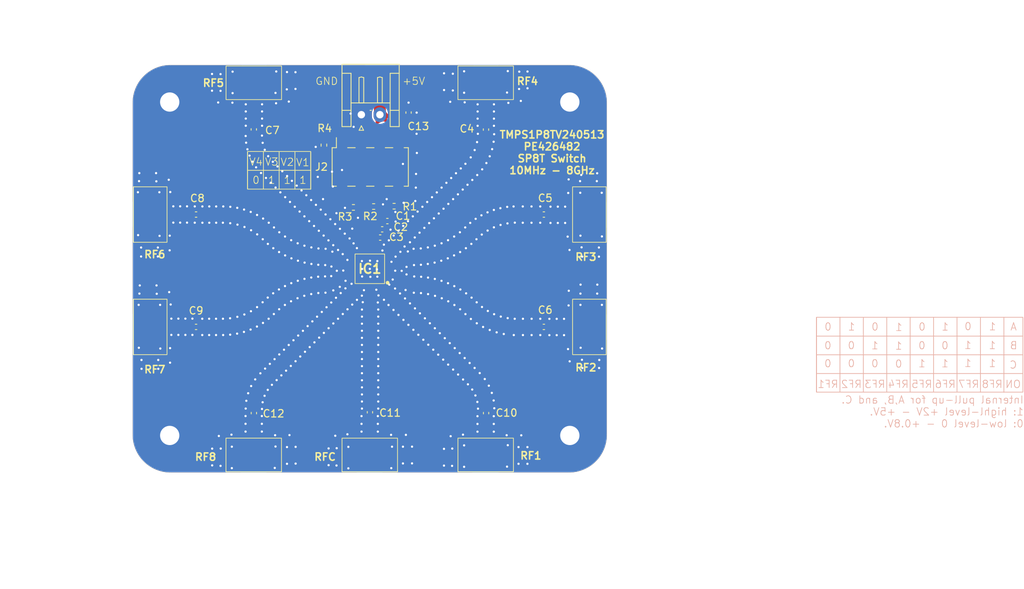
<source format=kicad_pcb>
(kicad_pcb (version 20240108) (generator "pcbnew") (generator_version "8.0")
  (layers (0 "F.Cu" signal) (31 "B.Cu" signal) (34 "B.Paste" user) (35 "F.Paste" user) (36 "B.SilkS" user "B.Silkscreen") (37 "F.SilkS" user "F.Silkscreen") (38 "B.Mask" user) (39 "F.Mask" user) (44 "Edge.Cuts" user))
  (net 0 "")
  (net 1 "/Vdd")
  (net 2 "GND")
  (net 3 "Net-(C4-Pad1)")
  (net 4 "Net-(IC1-RF4)")
  (net 5 "Net-(IC1-RF3)")
  (net 6 "Net-(C5-Pad1)")
  (net 7 "Net-(C6-Pad1)")
  (net 8 "Net-(IC1-RF2)")
  (net 9 "Net-(C7-Pad2)")
  (net 10 "Net-(IC1-RF5)")
  (net 11 "Net-(IC1-RF6)")
  (net 12 "Net-(C8-Pad2)")
  (net 13 "Net-(IC1-RF7)")
  (net 14 "Net-(C9-Pad2)")
  (net 15 "Net-(C10-Pad2)")
  (net 16 "Net-(IC1-RF1)")
  (net 17 "Net-(IC1-RFC)")
  (net 18 "Net-(C11-Pad2)")
  (net 19 "Net-(C12-Pad2)")
  (net 20 "Net-(IC1-RF8)")
  (net 21 "Net-(IC1-V1)")
  (net 22 "Net-(IC1-V2)")
  (net 23 "Net-(IC1-V3)")
  (net 24 "Net-(IC1-V4)")
  (footprint "Resistor_SMD:R_0402_1005Metric" (layer "F.Cu") (at 138.69 78.78 -90)
    (property "Reference" "R4")
    (property "Value" "4.7K")
  )
  (footprint "Capacitor_SMD:C_0402_1005Metric" (layer "F.Cu") (at 129.24 114.97 -90)
    (property "Reference" "C12")
    (property "Value" "4700 pF")
  )
  (footprint "MUSIC_Lab:via_GND" (layer "F.Cu") (at 171.87 72.87)
    (property "Reference" "U2" (hide yes))
    (property "Value" "~" (hide yes))
  )
  (footprint "Capacitor_SMD:C_0402_1005Metric" (layer "F.Cu") (at 121.4368 103.3278 180)
    (property "Reference" "C9")
    (property "Value" "4700 pF")
  )
  (footprint "MUSIC_Lab:via_GND" (layer "F.Cu") (at 117.88 72.87)
    (property "Reference" "U1" (hide yes))
    (property "Value" "~" (hide yes))
  )
  (footprint "Resistor_SMD:R_0402_1005Metric" (layer "F.Cu") (at 148.16 87.03 180)
    (property "Reference" "R1")
    (property "Value" "4.7K")
  )
  (footprint "MUSIC_Lab:via_GND" (layer "F.Cu") (at 117.88 117.9)
    (property "Reference" "U3" (hide yes))
    (property "Value" "~" (hide yes))
  )
  (footprint "Capacitor_SMD:C_0402_1005Metric" (layer "F.Cu") (at 168.37 88.1526 180)
    (property "Reference" "C5")
    (property "Value" "4700 pF")
  )
  (footprint "Capacitor_SMD:C_0402_1005Metric" (layer "F.Cu") (at 160.56 76.68 -90)
    (property "Reference" "C4")
    (property "Value" "4700 pF")
  )
  (footprint "MUSIC_Lab:SMA_Edge_step_1" (layer "F.Cu") (at 144.9934 119.7632 90)
    (property "Reference" "SMA6" (hide yes))
    (property "Value" "~" (hide yes))
  )
  (footprint "MUSIC_Lab:SMA_Edge_step_1" (layer "F.Cu") (at 173.6528 103.2128 180)
    (property "Reference" "SMA4" (hide yes))
    (property "Value" "~" (hide yes))
  )
  (footprint "Connector_PinSocket_2.54mm:PinSocket_2x04_P2.54mm_Vertical_SMD" (layer "F.Cu") (at 144.94 81.725 90)
    (property "Reference" "J2")
    (property "Value" "Conn_02x04_Odd_Even")
  )
  (footprint "Capacitor_SMD:C_0402_1005Metric" (layer "F.Cu") (at 168.37 103.3278 180)
    (property "Reference" "C6")
    (property "Value" "4700 pF")
  )
  (footprint "Capacitor_SMD:C_0402_1005Metric" (layer "F.Cu") (at 147.25 89.04)
    (property "Reference" "C1")
    (property "Value" "1uF")
  )
  (footprint "MUSIC_Lab:SMA_Edge_step_1" (layer "F.Cu") (at 116.1082 103.4428)
    (property "Reference" "SMA8" (hide yes))
    (property "Value" "~" (hide yes))
  )
  (footprint "MUSIC_Lab:SMA_Edge_step_1" (layer "F.Cu") (at 160.63 119.76 90)
    (property "Reference" "SMA5" (hide yes))
    (property "Value" "~" (hide yes))
  )
  (footprint "Capacitor_SMD:C_0402_1005Metric" (layer "F.Cu") (at 121.4368 88.1526 180)
    (property "Reference" "C8")
    (property "Value" "4700 pF")
  )
  (footprint "MUSIC_Lab:SMA_Edge_step_1" (layer "F.Cu") (at 160.4004 71.2226 -90)
    (property "Reference" "SMA1" (hide yes))
    (property "Value" "~" (hide yes))
  )
  (footprint "Resistor_SMD:R_0402_1005Metric" (layer "F.Cu") (at 145.4 87.07 180)
    (property "Reference" "R2")
    (property "Value" "4.7K")
  )
  (footprint "MUSIC_Lab:SMA_Edge_step_1" (layer "F.Cu") (at 173.6528 88.0376 180)
    (property "Reference" "SMA3" (hide yes))
    (property "Value" "~" (hide yes))
  )
  (footprint "Capacitor_SMD:C_0402_1005Metric" (layer "F.Cu") (at 129.2286 76.6572 90)
    (property "Reference" "C7")
    (property "Value" "4700 pF")
  )
  (footprint "Connector_JST:JST_EH_S2B-EH_1x02_P2.50mm_Horizontal" (layer "F.Cu") (at 143.74 74.6685)
    (property "Reference" "SMA2" (hide yes))
    (property "Value" "~")
  )
  (footprint "MUSIC_Lab:QFN50P400X400X90-25N" (layer "F.Cu") (at 144.88 95.484 180)
    (property "Reference" "IC1")
    (property "Value" "Switch_PE426482A-X" (hide yes))
  )
  (footprint "Capacitor_SMD:C_0402_1005Metric" (layer "F.Cu") (at 144.9 114.86 -90)
    (property "Reference" "C11")
    (property "Value" "4700 pF")
  )
  (footprint "Resistor_SMD:R_0402_1005Metric" (layer "F.Cu") (at 142.67 87.19)
    (property "Reference" "R3")
    (property "Value" "4.7K")
  )
  (footprint "Capacitor_SMD:C_0402_1005Metric" (layer "F.Cu") (at 150.11 74.38 90)
    (property "Reference" "C13")
    (property "Value" "1uF")
  )
  (footprint "Capacitor_SMD:C_0402_1005Metric" (layer "F.Cu") (at 160.57 114.97 -90)
    (property "Reference" "C10")
    (property "Value" "4700 pF")
  )
  (footprint "MUSIC_Lab:SMA_Edge_step_1" (layer "F.Cu") (at 129.33 119.762743 90)
    (property "Reference" "SMA7" (hide yes))
    (property "Value" "~" (hide yes))
  )
  (footprint "Capacitor_SMD:C_0402_1005Metric" (layer "F.Cu") (at 146.28 91.26)
    (property "Reference" "C3")
    (property "Value" "100 pF")
  )
  (footprint "MUSIC_Lab:SMA_Edge_step_1" (layer "F.Cu") (at 129.1136 71.2226 -90)
    (property "Reference" "SMA10" (hide yes))
    (property "Value" "~" (hide yes))
  )
  (footprint "Capacitor_SMD:C_0402_1005Metric" (layer "F.Cu") (at 146.55 90.15)
    (property "Reference" "C2")
    (property "Value" "0.1uF")
  )
  (footprint "MUSIC_Lab:via_GND" (layer "F.Cu") (at 171.87 117.9)
    (property "Reference" "U4" (hide yes))
    (property "Value" "~" (hide yes))
  )
  (footprint "MUSIC_Lab:SMA_Edge_step_1" (layer "F.Cu") (at 116.1082 88.2676)
    (property "Reference" "SMA9" (hide yes))
    (property "Value" "~" (hide yes))
  )
  (gr_line (start 208.32 112.08) (end 208.32 102.03) (stroke (width 0.1)) (layer "B.SilkS"))
  (gr_line (start 224.118194 112.075) (end 224.118194 102.025) (stroke (width 0.1)) (layer "B.SilkS"))
  (gr_line (start 205.18 109.6225) (end 232.964026 109.6225) (stroke (width 0.1)) (layer "B.SilkS"))
  (gr_line (start 220.9575 112.09) (end 220.9575 102.04) (stroke (width 0.1)) (layer "B.SilkS"))
  (gr_rect (start 205.154026 102.03) (end 233.004026 112.14) (stroke (width 0.1)) (fill none) (layer "B.SilkS"))
  (gr_line (start 230.439582 112.15) (end 230.439582 102.04) (stroke (width 0.1)) (layer "B.SilkS"))
  (gr_line (start 205.154026 112.11) (end 205.154026 102.06) (stroke (width 0.1)) (layer "B.SilkS"))
  (gr_line (start 205.17 104.5675) (end 233.004026 104.5675) (stroke (width 0.1)) (layer "B.SilkS"))
  (gr_line (start 214.636112 112.09) (end 214.636112 102.04) (stroke (width 0.1)) (layer "B.SilkS"))
  (gr_line (start 211.475418 112.12) (end 211.475418 102.07) (stroke (width 0.1)) (layer "B.SilkS"))
  (gr_line (start 205.18 107.095) (end 232.994026 107.095) (stroke (width 0.1)) (layer "B.SilkS"))
  (gr_line (start 227.278888 112.14) (end 227.278888 102.06) (stroke (width 0.1)) (layer "B.SilkS"))
  (gr_line (start 217.796806 112.105) (end 217.796806 102.055) (stroke (width 0.1)) (layer "B.SilkS"))
  (gr_line (start 134.778 84.73) (end 134.778 79.71) (stroke (width 0.1)) (layer "F.SilkS"))
  (gr_line (start 128.384 82.18) (end 136.914 82.18) (stroke (width 0.1)) (layer "F.SilkS"))
  (gr_line (start 128.394 84.67) (end 128.394 79.65) (stroke (width 0.1)) (layer "F.SilkS"))
  (gr_line (start 130.522 84.67) (end 130.522 79.65) (stroke (width 0.1)) (layer "F.SilkS"))
  (gr_rect (start 128.384 79.64) (end 136.914 84.72) (stroke (width 0.1)) (fill none) (layer "F.SilkS"))
  (gr_line (start 136.906 84.74) (end 136.906 79.72) (stroke (width 0.1)) (layer "F.SilkS"))
  (gr_line (start 132.65 84.71) (end 132.65 79.69) (stroke (width 0.1)) (layer "F.SilkS"))
  (gr_arc (start 117.98 122.99) (mid 114.373755 121.496245) (end 112.88 117.89) (stroke (width 0.05)) (layer "Edge.Cuts"))
  (gr_line (start 176.87 73.06) (end 176.87 117.89) (stroke (width 0.05)) (layer "Edge.Cuts"))
  (gr_arc (start 112.88 73.06) (mid 114.373755 69.453755) (end 117.98 67.96) (stroke (width 0.05)) (layer "Edge.Cuts"))
  (gr_line (start 112.88 117.89) (end 112.88 73.06) (stroke (width 0.05)) (layer "Edge.Cuts"))
  (gr_arc (start 176.87 117.89) (mid 175.376245 121.496245) (end 171.77 122.99) (stroke (width 0.05)) (layer "Edge.Cuts"))
  (gr_line (start 117.98 67.96) (end 171.77 67.96) (stroke (width 0.05)) (layer "Edge.Cuts"))
  (gr_line (start 171.77 122.99) (end 117.98 122.99) (stroke (width 0.05)) (layer "Edge.Cuts"))
  (gr_arc (start 171.77 67.96) (mid 175.376245 69.453755) (end 176.87 73.06) (stroke (width 0.05)) (layer "Edge.Cuts"))
  (gr_text "RF3" (at 214.502581 111.65 -0) (layer "B.SilkS") (effects (font (size 1 1) (thickness 0.1)) (justify left bottom mirror)))
  (gr_text "0" (at 216.78 108.91 -0) (layer "B.SilkS") (effects (font (size 1 1) (thickness 0.1)) (justify left bottom mirror)))
  (gr_text "A" (at 232.244026 103.89 -0) (layer "B.SilkS") (effects (font (size 1 1) (thickness 0.1)) (justify left bottom mirror)))
  (gr_text "0" (at 223.03 106.43 -0) (layer "B.SilkS") (effects (font (size 1 1) (thickness 0.1)) (justify left bottom mirror)))
  (gr_text "1" (at 226.12 106.38 -0) (layer "B.SilkS") (effects (font (size 1 1) (thickness 0.1)) (justify left bottom mirror)))
  (gr_text "1" (at 229.44 103.87 -0) (layer "B.SilkS") (effects (font (size 1 1) (thickness 0.1)) (justify left bottom mirror)))
  (gr_text "1" (at 229.42 106.4 -0) (layer "B.SilkS") (effects (font (size 1 1) (thickness 0.1)) (justify left bottom mirror)))
  (gr_text "Internal pull-up for A,B, and C.\n1: highl-level +2V - +5V.\n0: low-level 0 - +0.8V." (at 233.164026 116.98 0) (layer "B.SilkS") (effects (font (size 1 1) (thickness 0.1)) (justify left bottom mirror)))
  (gr_text "1" (at 213.57 106.43 -0) (layer "B.SilkS") (effects (font (size 1 1) (thickness 0.1)) (justify left bottom mirror)))
  (gr_text "RF8" (at 230.334026 111.65 -0) (layer "B.SilkS") (effects (font (size 1 1) (thickness 0.1)) (justify left bottom mirror)))
  (gr_text "C" (at 232.274026 109.04 -0) (layer "B.SilkS") (effects (font (size 1 1) (thickness 0.1)) (justify left bottom mirror)))
  (gr_text "0" (at 226.14 103.85 -0) (layer "B.SilkS") (effects (font (size 1 1) (thickness 0.1)) (justify left bottom mirror)))
  (gr_text "0" (at 210.4 106.42 -0) (layer "B.SilkS") (effects (font (size 1 1) (thickness 0.1)) (justify left bottom mirror)))
  (gr_text "RF4" (at 217.66887 111.65 -0) (layer "B.SilkS") (effects (font (size 1 1) (thickness 0.1)) (justify left bottom mirror)))
  (gr_text "RF2" (at 211.336292 111.65 -0) (layer "B.SilkS") (effects (font (size 1 1) (thickness 0.1)) (justify left bottom mirror)))
  (gr_text "1" (at 210.42 103.89 -0) (layer "B.SilkS") (effects (font (size 1 1) (thickness 0.1)) (justify left bottom mirror)))
  (gr_text "0" (at 213.57 108.86 -0) (layer "B.SilkS") (effects (font (size 1 1) (thickness 0.1)) (justify left bottom mirror)))
  (gr_text "1" (at 223.05 103.9 -0) (layer "B.SilkS") (effects (font (size 1 1) (thickness 0.1)) (justify left bottom mirror)))
  (gr_text "RF6" (at 224.001448 111.65 -0) (layer "B.SilkS") (effects (font (size 1 1) (thickness 0.1)) (justify left bottom mirror)))
  (gr_text "0" (at 219.92 106.43 -0) (layer "B.SilkS") (effects (font (size 1 1) (thickness 0.1)) (justify left bottom mirror)))
  (gr_text "RF1" (at 208.17 111.65 -0) (layer "B.SilkS") (effects (font (size 1 1) (thickness 0.1)) (justify left bottom mirror)))
  (gr_text "1" (at 226.12 108.81 -0) (layer "B.SilkS") (effects (font (size 1 1) (thickness 0.1)) (justify left bottom mirror)))
  (gr_text "0" (at 207.23 108.86 -0) (layer "B.SilkS") (effects (font (size 1 1) (thickness 0.1)) (justify left bottom mirror)))
  (gr_text "1" (at 223.03 108.86 -0) (layer "B.SilkS") (effects (font (size 1 1) (thickness 0.1)) (justify left bottom mirror)))
  (gr_text "ON" (at 232.794026 111.65 -0) (layer "B.SilkS") (effects (font (size 1 1) (thickness 0.1)) (justify left bottom mirror)))
  (gr_text "1" (at 229.42 108.83 -0) (layer "B.SilkS") (effects (font (size 1 1) (thickness 0.1)) (justify left bottom mirror)))
  (gr_text "1" (at 216.78 106.48 -0) (layer "B.SilkS") (effects (font (size 1 1) (thickness 0.1)) (justify left bottom mirror)))
  (gr_text "RF7" (at 227.167737 111.65 -0) (layer "B.SilkS") (effects (font (size 1 1) (thickness 0.1)) (justify left bottom mirror)))
  (gr_text "B" (at 232.324026 106.42 -0) (layer "B.SilkS") (effects (font (size 1 1) (thickness 0.1)) (justify left bottom mirror)))
  (gr_text "0" (at 219.94 103.9 -0) (layer "B.SilkS") (effects (font (size 1 1) (thickness 0.1)) (justify left bottom mirror)))
  (gr_text "0" (at 207.25 103.9 -0) (layer "B.SilkS") (effects (font (size 1 1) (thickness 0.1)) (justify left bottom mirror)))
  (gr_text "0" (at 207.23 106.43 -0) (layer "B.SilkS") (effects (font (size 1 1) (thickness 0.1)) (justify left bottom mirror)))
  (gr_text "1" (at 219.92 108.86 -0) (layer "B.SilkS") (effects (font (size 1 1) (thickness 0.1)) (justify left bottom mirror)))
  (gr_text "0" (at 210.4 108.85 -0) (layer "B.SilkS") (effects (font (size 1 1) (thickness 0.1)) (justify left bottom mirror)))
  (gr_text "1" (at 216.8 103.95 -0) (layer "B.SilkS") (effects (font (size 1 1) (thickness 0.1)) (justify left bottom mirror)))
  (gr_text "0" (at 213.59 103.9 -0) (layer "B.SilkS") (effects (font (size 1 1) (thickness 0.1)) (justify left bottom mirror)))
  (gr_text "RF5" (at 220.835159 111.65 -0) (layer "B.SilkS") (effects (font (size 1 1) (thickness 0.1)) (justify left bottom mirror)))
  (gr_text "0" (at 128.984 84.09 0) (layer "F.SilkS") (effects (font (size 1 1) (thickness 0.1)) (justify left bottom)))
  (gr_text "RF8" (at 121.19 121.48 0) (layer "F.SilkS") (effects (font (size 1 1) (thickness 0.2) (bold yes)) (justify left bottom)))
  (gr_text "RF2" (at 172.5 109.41 0) (layer "F.SilkS") (effects (font (size 1 1) (thickness 0.2) (bold yes)) (justify left bottom)))
  (gr_text "RF4" (at 164.62 70.74 0) (layer "F.SilkS") (effects (font (size 1 1) (thickness 0.2) (bold yes)) (justify left bottom)))
  (gr_text "1" (at 131.094 84.09 0) (layer "F.SilkS") (effects (font (size 1 1) (thickness 0.1)) (justify left bottom)))
  (gr_text "V2" (at 132.774 81.66 0) (layer "F.SilkS") (effects (font (size 1 1) (thickness 0.1)) (justify left bottom)))
  (gr_text "RF6" (at 114.33 94.13 0) (layer "F.SilkS") (effects (font (size 1 1) (thickness 0.2) (bold yes)) (justify left bottom)))
  (gr_text "V4" (at 128.554 81.62 0) (layer "F.SilkS") (effects (font (size 1 1) (thickness 0.1)) (justify left bottom)))
  (gr_text "RFC" (at 137.28 121.47 0) (layer "F.SilkS") (effects (font (size 1 1) (thickness 0.2) (bold yes)) (justify left bottom)))
  (gr_text "RF5" (at 122.24 70.98 0) (layer "F.SilkS") (effects (font (size 1 1) (thickness 0.2) (bold yes)) (justify left bottom)))
  (gr_text "V3" (at 130.674 81.62 0) (layer "F.SilkS") (effects (font (size 1 1) (thickness 0.1)) (justify left bottom)))
  (gr_text "1" (at 135.314 84.09 0) (layer "F.SilkS") (effects (font (size 1 1) (thickness 0.1)) (justify left bottom)))
  (gr_text "GND" (at 137.48 70.73 0) (layer "F.SilkS") (effects (font (size 1 1) (thickness 0.1)) (justify left bottom)))
  (gr_text "RF7" (at 114.33 109.67 0) (layer "F.SilkS") (effects (font (size 1 1) (thickness 0.2) (bold yes)) (justify left bottom)))
  (gr_text "RF3" (at 172.5 94.47 0) (layer "F.SilkS") (effects (font (size 1 1) (thickness 0.2) (bold yes)) (justify left bottom)))
  (gr_text "RF1" (at 165.07 121.31 0) (layer "F.SilkS") (effects (font (size 1 1) (thickness 0.2) (bold yes)) (justify left bottom)))
  (gr_text "1" (at 133.204 84.09 0) (layer "F.SilkS") (effects (font (size 1 1) (thickness 0.1)) (justify left bottom)))
  (gr_text "V1" (at 134.864 81.7 0) (layer "F.SilkS") (effects (font (size 1 1) (thickness 0.1)) (justify left bottom)))
  (gr_text "TMPS1P8TV240513\nPE426482\nSP8T Switch\n10MHz - 8GHz" (at 169.47 82.78 0) (layer "F.SilkS") (effects (font (size 1 1) (thickness 0.2) (bold yes)) (justify bottom)))
  (gr_text "+5V" (at 149.23 70.72 0) (layer "F.SilkS") (effects (font (size 1 1) (thickness 0.1)) (justify left bottom)))
  (segment (start 148.825 88.505) (end 150.08 87.25) (width 0.2) (layer "F.Cu") (net 1))
  (segment (start 138.69 78.27) (end 139.9 77.06) (width 0.2) (layer "F.Cu") (net 1))
  (segment (start 147.305 88.505) (end 148.825 88.505) (width 0.2) (layer "F.Cu") (net 1))
  (segment (start 146.07 90.15) (end 146.07 89.74) (width 0.2) (layer "F.Cu") (net 1))
  (segment (start 150.06 74.91) (end 146.4815 74.91) (width 0.2) (layer "F.Cu") (net 1))
  (segment (start 150.13 83.61) (end 150.13 74.91) (width 0.2) (layer "F.Cu") (net 1))
  (segment (start 144.5175 77.1725) (end 146.24 75.45) (width 0.2) (layer "F.Cu") (net 1))
  (segment (start 146.77 89.04) (end 147.305 88.505) (width 0.2) (layer "F.Cu") (net 1))
  (segment (start 146.24 74.77) (end 146.24 69.15) (width 1.6) (layer "F.Cu") (net 1))
  (segment (start 145.8 91.26) (end 145.8 90.42) (width 0.2) (layer "F.Cu") (net 1))
  (segment (start 150.13 74.91) (end 146.4815 74.91) (width 0.2) (layer "F.Cu") (net 1))
  (segment (start 143.67 84.245) (end 144.395 84.245) (width 0.2) (layer "F.Cu") (net 1))
  (segment (start 146.24 75.45) (end 146.24 74.6685) (width 0.2) (layer "F.Cu") (net 1))
  (segment (start 150.08 84.83) (end 149.495 84.245) (width 0.2) (layer "F.Cu") (net 1))
  (segment (start 144.395 84.245) (end 144.67 83.97) (width 0.2) (layer "F.Cu") (net 1))
  (segment (start 150.11 74.86) (end 150.06 74.91) (width 0.2) (layer "F.Cu") (net 1))
  (segment (start 146.975 84.245) (end 147.19 84.03) (width 0.2) (layer "F.Cu") (net 1))
  (segment (start 149.495 84.245) (end 150.13 83.61) (width 0.2) (layer "F.Cu") (net 1))
  (segment (start 147.19 75.6185) (end 146.24 74.6685) (width 0.2) (layer "F.Cu") (net 1))
  (segment (start 145.8 90.42) (end 146.07 90.15) (width 0.2) (layer "F.Cu") (net 1))
  (segment (start 144.67 83.97) (end 144.67 77.335) (width 0.2) (layer "F.Cu") (net 1))
  (segment (start 145.63 91.43) (end 145.8 91.26) (width 0.2) (layer "F.Cu") (net 1))
  (segment (start 150.08 87.25) (end 150.08 84.83) (width 0.2) (layer "F.Cu") (net 1))
  (segment (start 144.5075 77.1725) (end 144.5175 77.1725) (width 0.2) (layer "F.Cu") (net 1))
  (segment (start 144.67 77.335) (end 144.395 77.06) (width 0.2) (layer "F.Cu") (net 1))
  (segment (start 147.19 84.03) (end 147.19 75.6185) (width 0.2) (layer "F.Cu") (net 1))
  (segment (start 148.75 84.245) (end 149.495 84.245) (width 0.2) (layer "F.Cu") (net 1))
  (segment (start 146.21 84.245) (end 146.975 84.245) (width 0.2) (layer "F.Cu") (net 1))
  (segment (start 146.4815 74.91) (end 146.24 74.6685) (width 0.2) (layer "F.Cu") (net 1))
  (segment (start 146.07 89.74) (end 146.77 89.04) (width 0.2) (layer "F.Cu") (net 1))
  (segment (start 139.9 77.06) (end 144.395 77.06) (width 0.2) (layer "F.Cu") (net 1))
  (segment (start 145.63 93.484) (end 145.63 91.43) (width 0.2) (layer "F.Cu") (net 1))
  (segment (start 145.91 87.07) (end 146.07 87.07) (width 0.2) (layer "F.Cu") (net 2))
  (segment (start 148.67 87.093154) (end 148.67 87.03) (width 0.3) (layer "F.Cu") (net 2))
  (via (at 144.8784 95.4928) (size 0.5) (drill 0.3) (layers "F.Cu" "B.Cu") (net 2))
  (via (at 132.0546 122.3772) (size 0.5) (drill 0.3) (layers "F.Cu" "B.Cu") (net 2))
  (via (at 154.524284 94.389342) (size 0.5) (drill 0.3) (layers "F.Cu" "B.Cu") (net 2))
  (via (at 142.2908 74.5236) (size 0.5) (drill 0.3) (layers "F.Cu" "B.Cu") (net 2))
  (via (at 155.402993 94.068307) (size 0.5) (drill 0.3) (layers "F.Cu" "B.Cu") (net 2))
  (via (at 135.163741 97.099633) (size 0.5) (drill 0.3) (layers "F.Cu" "B.Cu") (net 2))
  (via (at 131.793592 81.027225) (size 0.5) (drill 0.3) (layers "F.Cu" "B.Cu") (net 2))
  (via (at 135.215551 104.496414) (size 0.5) (drill 0.3) (layers "F.Cu" "B.Cu") (net 2))
  (via (at 169.260733 87.09) (size 0.5) (drill 0.3) (layers "F.Cu" "B.Cu") (net 2))
  (via (at 152.737515 96.667868) (size 0.5) (drill 0.3) (layers "F.Cu" "B.Cu") (net 2))
  (via (at 151.755516 92.734638) (size 0.5) (drill 0.3) (layers "F.Cu" "B.Cu") (net 2))
  (via (at 124.51 118.06) (size 0.5) (drill 0.3) (layers "F.Cu" "B.Cu") (net 2))
  (via (at 147.449247 91.635118) (size 0.5) (drill 0.3) (layers "F.Cu" "B.Cu") (net 2))
  (via (at 119.047266 102.2128) (size 0.5) (drill 0.3) (layers "F.Cu" "B.Cu") (net 2))
  (via (at 135.017386 84.250552) (size 0.5) (drill 0.3) (layers "F.Cu" "B.Cu") (net 2))
  (via (at 160.776181 90.319519) (size 0.5) (drill 0.3) (layers "F.Cu" "B.Cu") (net 2))
  (via (at 158.118934 111.0833) (size 0.5) (drill 0.3) (layers "F.Cu" "B.Cu") (net 2))
  (via (at 138.57 86.07) (size 0.5) (drill 0.3) (layers "F.Cu" "B.Cu") (net 2))
  (via (at 156.125438 109.090272) (size 0.5) (drill 0.3) (layers "F.Cu" "B.Cu") (net 2))
  (via (at 148.2901 98.143666) (size 0.5) (drill 0.3) (layers "F.Cu" "B.Cu") (net 2))
  (via (at 123.61 122.0306) (size 0.5) (drill 0.3) (layers "F.Cu" "B.Cu") (net 2))
  (via (at 154.828464 87.367169) (size 0.5) (drill 0.3) (layers "F.Cu" "B.Cu") (net 2))
  (via (at 128.1436 76.1622) (size 0.5) (drill 0.3) (layers "F.Cu" "B.Cu") (net 2))
  (via (at 151.331635 87.752729) (size 0.5) (drill 0.3) (layers "F.Cu" "B.Cu") (net 2))
  (via (at 139.78 82.37) (size 0.5) (drill 0.3) (layers "F.Cu" "B.Cu") (net 2))
  (via (at 136.037617 99.128233) (size 0.5) (drill 0.3) (layers "F.Cu" "B.Cu") (net 2))
  (via (at 176.1998 91.1098) (size 0.5) (drill 0.3) (layers "F.Cu" "B.Cu") (net 2))
  (via (at 155.9814 122.0978) (size 0.5) (drill 0.3) (layers "F.Cu" "B.Cu") (net 2))
  (via (at 137.352932 89.697366) (size 0.5) (drill 0.3) (layers "F.Cu" "B.Cu") (net 2))
  (via (at 159.4304 76.1704) (size 0.5) (drill 0.3) (layers "F.Cu" "B.Cu") (net 2))
  (via (at 160.60988 81.20119) (size 0.5) (drill 0.3) (layers "F.Cu" "B.Cu") (net 2))
  (via (at 127.024354 89.518083) (size 0.5) (drill 0.3) (layers "F.Cu" "B.Cu") (net 2))
  (via (at 137.92771 94.938945) (size 0.5) (drill 0.3) (layers "F.Cu" "B.Cu") (net 2))
  (via (at 154.9 71.34) (size 0.5) (drill 0.3) (layers "F.Cu" "B.Cu") (net 2))
  (via (at 171.09 104.4428) (size 0.5) (drill 0.3) (layers "F.Cu" "B.Cu") (net 2))
  (via (at 159.130864 112.58945) (size 0.5) (drill 0.3) (layers "F.Cu" "B.Cu") (net 2))
  (via (at 124.151075 89.2612) (size 0.5) (drill 0.3) (layers "F.Cu" "B.Cu") (net 2))
  (via (at 171.85 107.98) (size 0.5) (drill 0.3) (layers "F.Cu" "B.Cu") (net 2))
  (via (at 159.376771 82.818392) (size 0.5) (drill 0.3) (layers "F.Cu" "B.Cu") (net 2))
  (via (at 149.631668 99.485234) (size 0.5) (drill 0.3) (layers "F.Cu" "B.Cu") (net 2))
  (via (at 142.508874 100.314359) (size 0.5) (drill 0.3) (layers "F.Cu" "B.Cu") (net 2))
  (via (at 131.24645 89.26003) (size 0.5) (drill 0.3) (layers "F.Cu" "B.Cu") (net 2))
  (via (at 155.73 72.93) (size 0.5) (drill 0.3) (layers "F.Cu" "B.Cu") (net 2))
  (via (at 120.2182 89.2458) (size 0.5) (drill 0.3) (layers "F.Cu" "B.Cu") (net 2))
  (via (at 149.352 119.507) (size 0.5) (drill 0.3) (layers "F.Cu" "B.Cu") (net 2))
  (via (at 161.6304 73.2715) (size 0.5) (drill 0.3) (layers "F.Cu" "B.Cu") (net 2))
  (via (at 133.436694 97.815) (size 0.5) (drill 0.3) (layers "F.Cu" "B.Cu") (net 2))
  (via (at 143.146395 99.676838) (size 0.5) (drill 0.3) (layers "F.Cu" "B.Cu") (net 2))
  (via (at 117.75 83.46) (size 0.5) (drill 0.3) (layers "F.Cu" "B.Cu") (net 2))
  (via (at 128.841501 101.210781) (size 0.5) (drill 0.3) (layers "F.Cu" "B.Cu") (net 2))
  (via (at 158.699642 111.786199) (size 0.5) (drill 0.3) (layers "F.Cu" "B.Cu") (net 2))
  (via (at 146.02 113.404512) (size 0.5) (drill 0.3) (layers "F.Cu" "B.Cu") (net 2))
  (via (at 145.96 100.03) (size 0.5) (drill 0.3) (layers "F.Cu" "B.Cu") (net 2))
  (via (at 143.82 102.89655) (size 0.5) (drill 0.3) (layers "F.Cu" "B.Cu") (net 2))
  (via (at 120.9418 102.2128) (size 0.5) (drill 0.3) (layers "F.Cu" "B.Cu") (net 2))
  (via (at 161.6304 75.2041) (size 0.5) (drill 0.3) (layers "F.Cu" "B.Cu") (net 2))
  (via (at 127.967814 89.835673) (size 0.5) (drill 0.3) (layers "F.Cu" "B.Cu") (net 2))
  (via (at 116.28 93.82) (size 0.5) (drill 0.3) (layers "F.Cu" "B.Cu") (net 2))
  (via (at 151.09 84.52) (size 0.5) (drill 0.3) (layers "F.Cu" "B.Cu") (net 2))
  (via (at 159.028866 79.445783) (size 0.5) (drill 0.3) (layers "F.Cu" "B.Cu") (net 2))
  (via (at 122.2724 104.4278) (size 0.5) (drill 0.3) (layers "F.Cu" "B.Cu") (net 2))
  (via (at 114.0206 92.6084) (size 0.5) (drill 0.3) (layers "F.Cu" "B.Cu") (net 2))
  (via (at 161.588795 78.323553) (size 0.5) (drill 0.3) (layers "F.Cu" "B.Cu") (net 2))
  (via (at 156.263559 91.12353) (size 0.5) (drill 0.3) (layers "F.Cu" "B.Cu") (net 2))
  (via (at 126.3396 73.0504) (size 0.5) (drill 0.3) (layers "F.Cu" "B.Cu") (net 2))
  (via (at 165.26 72.81) (size 0.5) (drill 0.3) (layers "F.Cu" "B.Cu") (net 2))
  (via (at 132.665467 107.046498) (size 0.5) (drill 0.3) (layers "F.Cu" "B.Cu") (net 2))
  (via (at 149.18 95.76) (size 0.5) (drill 0.3) (layers "F.Cu" "B.Cu") (net 2))
  (via (at 159.712278 109.566312) (size 0.5) (drill 0.3) (layers "F.Cu" "B.Cu") (net 2))
  (via (at 143.7634 117.47124) (size 0.5) (drill 0.3) (layers "F.Cu" "B.Cu") (net 2))
  (via (at 150.037506 89.046859) (size 0.5) (drill 0.3) (layers "F.Cu" "B.Cu") (net 2))
  (via (at 133.302988 106.408977) (size 0.5) (drill 0.3) (layers "F.Cu" "B.Cu") (net 2))
  (via (at 170.100367 104.4428) (size 0.5) (drill 0.3) (layers "F.Cu" "B.Cu") (net 2))
  (via (at 155.79 118.09) (size 0.5) (drill 0.3) (layers "F.Cu" "B.Cu") (net 2))
  (via (at 138.649992 90.994426) (size 0.5) (drill 0.3) (layers "F.Cu" "B.Cu") (net 2))
  (via (at 132.648966 100.942857) (size 0.5) (drill 0.3) (layers "F.Cu" "B.Cu") (net 2))
  (via (at 153.442303 106.407137) (size 0.5) (drill 0.3) (layers "F.Cu" "B.Cu") (net 2))
  (via (at 143.82 113.404712) (size 0.5) (drill 0.3) (layers "F.Cu" "B.Cu") (net 2))
  (via (at 157.416722 84.77891) (size 0.5) (drill 0.3) (layers "F.Cu" "B.Cu") (net 2))
  (via (at 139.321269 103.501964) (size 0.5) (drill 0.3) (layers "F.Cu" "B.Cu") (net 2))
  (via (at 130.3136 117.46632) (size 0.5) (drill 0.3) (layers "F.Cu" "B.Cu") (net 2))
  (via (at 173.3296 106.1466) (size 0.5) (drill 0.3) (layers "F.Cu" "B.Cu") (net 2))
  (via (at 161.6104 116.43432) (size 0.5) (drill 0.3) (layers "F.Cu" "B.Cu") (net 2))
  (via (at 146.02 114.36) (size 0.5) (drill 0.3) (layers "F.Cu" "B.Cu") (net 2))
  (via (at 126.2634 122.4026) (size 0.5) (drill 0.3) (layers "F.Cu" "B.Cu") (net 2))
  (via (at 125.054417 89.260869) (size 0.5) (drill 0.3) (layers "F.Cu" "B.Cu") (net 2))
  (via (at 173.32 97.62) (size 0.5) (drill 0.3) (layers "F.Cu" "B.Cu") (net 2))
  (via (at 124.151075 87.0612) (size 0.5) (drill 0.3) (layers "F.Cu" "B.Cu") (net 2))
  (via (at 161.6104 115.3896) (size 0.5) (drill 0.3) (layers "F.Cu" "B.Cu") (net 2))
  (via (at 165.32 117.97) (size 0.5) (drill 0.3) (layers "F.Cu" "B.Cu") (net 2))
  (via (at 145.8468 95.5548) (size 0.5) (drill 0.3) (layers "F.Cu" "B.Cu") (net 2))
  (via (at 139.557096 88.790262) (size 0.5) (drill 0.3) (layers "F.Cu" "B.Cu") (net 2))
  (via (at 132.164692 84.509126) (size 0.5) (drill 0.3) (layers "F.Cu" "B.Cu") (net 2))
  (via (at 151.12 82.67) (size 0.5) (drill 0.3) (layers "F.Cu" "B.Cu") (net 2))
  (via (at 133.95 72.9) (size 0.5) (drill 0.3) (layers "F.Cu" "B.Cu") (net 2))
  (via (at 164.45 89.25) (size 0.5) (drill 0.3) (layers "F.Cu" "B.Cu") (net 2))
  (via (at 157.783427 81.301404) (size 0.5) (drill 0.3) (layers "F.Cu" "B.Cu") (net 2))
  (via (at 157.877007 98.796713) (size 0.5) (drill 0.3) (layers "F.Cu" "B.Cu") (net 2))
  (via (at 140.43 95.75) (size 0.5) (drill 0.3) (layers "F.Cu" "B.Cu") (net 2))
  (via (at 155.861088 83.223276) (size 0.5) (drill 0.3) (layers "F.Cu" "B.Cu") (net 2))
  (via (at 159.480331 114.370002) (size 0.5) (drill 0.3) (layers "F.Cu" "B.Cu") (net 2))
  (via (at 148.096312 90.988053) (size 0.5) (drill 0.3) (layers "F.Cu" "B.Cu") (net 2))
  (via (at 121.2596 89.2556) (size 0.5) (drill 0.3) (layers "F.Cu" "B.Cu") (net 2))
  (via (at 148.076034 101.040868) (size 0.5) (drill 0.3) (layers "F.Cu" "B.Cu") (net 2))
  (via (at 175.8006 93.84) (size 0.5) (drill 0.3) (layers "F.Cu" "B.Cu") (net 2))
  (via (at 160.764929 87.858408) (size 0.5) (drill 0.3) (layers "F.Cu" "B.Cu") (net 2))
  (via (at 143.82 105.762412) (size 0.5) (drill 0.3) (layers "F.Cu" "B.Cu") (net 2))
  (via (at 159.4304 75.2041) (size 0.5) (drill 0.3) (layers "F.Cu" "B.Cu") (net 2))
  (via (at 135.496143 107.32709) (size 0.5) (drill 0.3) (layers "F.Cu" "B.Cu") (net 2))
  (via (at 154.566959 84.517405) (size 0.5) (drill 0.3) (layers "F.Cu" "B.Cu") (net 2))
  (via (at 114.0714 107.7976) (size 0.5) (drill 0.3) (layers "F.Cu" "B.Cu") (net 2))
  (via (at 139.95879 102.864443) (size 0.5) (drill 0.3) (layers "F.Cu" "B.Cu") (net 2))
  (via (at 116.1288 98.8568) (size 0.5) (drill 0.3) (layers "F.Cu" "B.Cu") (net 2))
  (via (at 155.465189 99.874556) (size 0.5) (drill 0.3) (layers "F.Cu" "B.Cu") (net 2))
  (via (at 166.15 119.56) (size 0.5) (drill 0.3) (layers "F.Cu" "B.Cu") (net 2))
  (via (at 159.988184 90.857603) (size 0.5) (drill 0.3) (layers "F.Cu" "B.Cu") (net 2))
  (via (at 119.994533 104.4128) (size 0.5) (drill 0.3) (layers "F.Cu" "B.Cu") (net 2))
  (via (at 116.6114 106.2482) (size 0.5) (drill 0.3) (layers "F.Cu" "B.Cu") (net 2))
  (via (at 137.909703 96.550057) (size 0.5) (drill 0.3) (layers "F.Cu" "B.Cu") (net 2))
  (via (at 150.874094 96.515931) (size 0.5) (drill 0.3) (layers "F.Cu" "B.Cu") (net 2))
  (via (at 147.16 86.07) (size 0.5) (drill 0.3) (layers "F.Cu" "B.Cu") (net 2))
  (via (at 138.260036 87.493202) (size 0.5) (drill 0.3) (layers "F.Cu" "B.Cu") (net 2))
  (via (at 140.38 87.97) (size 0.5) (drill 0.3) (layers "F.Cu" "B.Cu") (net 2))
  (via (at 155.433359 97.427862) (size 0.5) (drill 0.3) (layers "F.Cu" "B.Cu") (net 2))
  (via (at 137.611506 86.844672) (size 0.5) (drill 0.3) (layers "F.Cu" "B.Cu") (net 2))
  (via (at 143.82 106.7177) (size 0.5) (drill 0.3) (layers "F.Cu" "B.Cu") (net 2))
  (via (at 150.843704 94.980268) (size 0.5) (drill 0.3) (layers "F.Cu" "B.Cu") (net 2))
  (via (at 166.15 121.8206) (size 0.5) (drill 0.3) (layers "F.Cu" "B.Cu") (net 2))
  (via (at 132.2324 73.1266) (size 0.5) (drill 0.3) (layers "F.Cu" "B.Cu") (net 2))
  (via (at 159.35323 78.370803) (size 0.5) (drill 0.3) (layers "F.Cu" "B.Cu") (net 2))
  (via (at 141.859 117.8306) (size 0.5) (drill 0.3) (layers "F.Cu" "B.Cu") (net 2))
  (via (at 141.5288 87.249) (size 0.5) (drill 0.3) (layers "F.Cu" "B.Cu") (net 2))
  (via (at 159.163814 88.735975) (size 0.5) (drill 0.3) (layers "F.Cu" "B.Cu") (net 2))
  (via (at 149.390441 89.693923) (size 0.5) (drill 0.3) (layers "F.Cu" "B.Cu") (net 2))
  (via (at 118.367333 87.0458) (size 0.5) (drill 0.3) (layers "F.Cu" "B.Cu") (net 2))
  (via (at 175.5648 98.8314) (size 0.5) (drill 0.3) (layers "F.Cu" "B.Cu") (net 2))
  (via (at 161.6304 74.2378) (size 0.5) (drill 0.3) (layers "F.Cu" "B.Cu") (net 2))
  (via (at 134.858622 107.964611) (size 0.5) (drill 0.3) (layers "F.Cu" "B.Cu") (net 2))
  (via (at 136.962976 86.196142) (size 0.5) (drill 0.3) (layers "F.Cu" "B.Cu") (net 2))
  (via (at 161.659669 77.306998) (size 0.5) (drill 0.3) (layers "F.Cu" "B.Cu") (net 2))
  (via (at 138.844304 96.50873) (size 0.5) (drill 0.3) (layers "F.Cu" "B.Cu") (net 2))
  (via (at 128.1436 75.197266) (size 0.5) (drill 0.3) (layers "F.Cu" "B.Cu") (net 2))
  (via (at 149.35 81.32) (size 0.5) (drill 0.3) (layers "F.Cu" "B.Cu") (net 2))
  (via (at 150.789696 92.780932) (size 0.5) (drill 0.3) (layers "F.Cu" "B.Cu") (net 2))
  (via (at 131.516162 83.860596) (size 0.5) (drill 0.3) (layers "F.Cu" "B.Cu") (net 2))
  (via (at 130.329669 77.493003) (size 0.5) (drill 0.3) (layers "F.Cu" "B.Cu") (net 2))
  (via (at 116.1 97.73) (size 0.5) (drill 0.3) (layers "F.Cu" "B.Cu") (net 2))
  (via (at 146.02 110.53805) (size 0.5) (drill 0.3) (layers "F.Cu" "B.Cu") (net 2))
  (via (at 123.59 71.43) (size 0.5) (drill 0.3) (layers "F.Cu" "B.Cu") (net 2))
  (via (at 126.2126 117.8814) (size 0.5) (drill 0.3) (layers "F.Cu" "B.Cu") (net 2))
  (via (at 138.403156 101.308809) (size 0.5) (drill 0.3) (layers "F.Cu" "B.Cu") (net 2))
  (via (at 139.6746 96.4692) (size 0.5) (drill 0.3) (layers "F.Cu" "B.Cu") (net 2))
  (via (at 146.02 102.89415) (size 0.5) (drill 0.3) (layers "F.Cu" "B.Cu") (net 2))
  (via (at 171.6278 106.3244) (size 0.5) (drill 0.3) (layers "F.Cu" "B.Cu") (net 2))
  (via (at 171.6532 85.2424) (size 0.5) (drill 0.3) (layers "F.Cu" "B.Cu") (net 2))
  (via (at 143.82 103.851837) (size 0.5) (drill 0.3) (layers "F.Cu" "B.Cu") (net 2))
  (via (at 162.957785 104.287197) (size 0.5) (drill 0.3) (layers "F.Cu" "B.Cu") (net 2))
  (via (at 151.9787 87.105664) (size 0.5) (drill 0.3) (layers "F.Cu" "B.Cu") (net 2))
  (via (at 141.233832 101.589401) (size 0.5) (drill 0.3) (layers "F.Cu" "B.Cu") (net 2))
  (via (at 135.127068 99.453505) (size 0.5) (drill 0.3) (layers "F.Cu" "B.Cu") (net 2))
  (via (at 153.27283 85.811535) (size 0.5) (drill 0.3) (layers "F.Cu" "B.Cu") (net 2))
  (via (at 171.24 87.09) (size 0.5) (drill 0.3) (layers "F.Cu" "B.Cu") (net 2))
  (via (at 129.650198 103.280548) (size 0.5) (drill 0.3) (layers "F.Cu" "B.Cu") (net 2))
  (via (at 163.42 87.12) (size 0.5) (drill 0.3) (layers "F.Cu" "B.Cu") (net 2))
  (via (at 151.778309 94.938935) (size 0.5) (drill 0.3) (layers "F.Cu" "B.Cu") (net 2))
  (via (at 117.93 108.16) (size 0.5) (drill 0.3) (layers "F.Cu" "B.Cu") (net 2))
  (via (at 155.668721 105.522287) (size 0.5) (drill 0.3) (layers "F.Cu" "B.Cu") (net 2))
  (via (at 161.344794 112.242451) (size 0.5) (drill 0.3) (layers "F.Cu" "B.Cu") (net 2))
  (via (at 126.2634 119.507) (size 0.5) (drill 0.3) (layers "F.Cu" "B.Cu") (net 2))
  (via (at 126.365 68.8594) (size 0.5) (drill 0.3) (layers "F.Cu" "B.Cu") (net 2))
  (via (at 135.853072 103.858893) (size 0.5) (drill 0.3) (layers "F.Cu" "B.Cu") (net 2))
  (via (at 135.181757 94.38938) (size 0.5) (drill 0.3) (layers "F.Cu" "B.Cu") (net 2))
  (via (at 113.8394 97.73) (size 0.5) (drill 0.3) (layers "F.Cu" "B.Cu") (net 2))
  (via (at 132.2578 68.834) (size 0.5) (drill 0.3) (layers "F.Cu" "B.Cu") (net 2))
  (via (at 153.650399 92.360748) (size 0.5) (drill 0.3) (layers "F.Cu" "B.Cu") (net 2))
  (via (at 135.407342 87.751776) (size 0.5) (drill 0.3) (layers "F.Cu" "B.Cu") (net 2))
  (via (at 130.3436 74.232333) (size 0.5) (drill 0.3) (layers "F.Cu" "B.Cu") (net 2))
  (via (at 175.5606 82.58) (size 0.5) (drill 0.3) (layers "F.Cu" "B.Cu") (net 2))
  (via (at 116.04 82.56) (size 0.5) (drill 0.3) (layers "F.Cu" "B.Cu") (net 2))
  (via (at 113.7412 83.6422) (size 0.5) (drill 0.3) (layers "F.Cu" "B.Cu") (net 2))
  (via (at 137.58 79.02) (size 0.5) (drill 0.3) (layers "F.Cu" "B.Cu") (net 2))
  (via (at 113.6904 100.3554) (size 0.5) (drill 0.3) (layers "F.Cu" "B.Cu") (net 2))
  (via (at 154.327153 104.180719) (size 0.5) (drill 0.3) (layers "F.Cu" "B.Cu") (net 2))
  (via (at 131.228426 102.228993) (size 0.5) (drill 0.3) (layers "F.Cu" "B.Cu") (net 2))
  (via (at 133.424479 100.365431) (size 0.5) (drill 0.3) (layers "F.Cu" "B.Cu") (net 2))
  (via (at 128.2191 113.309765) (size 0.5) (drill 0.3) (layers "F.Cu" "B.Cu") (net 2))
  (via (at 173.3042 98.8314) (size 0.5) (drill 0.3) (layers "F.Cu" "B.Cu") (net 2))
  (via (at 141.605 97.1042) (size 0.5) (drill 0.3) (layers "F.Cu" "B.Cu") (net 2))
  (via (at 131.841388 98.789518) (size 0.5) (drill 0.3) (layers "F.Cu" "B.Cu") (net 2))
  (via (at 118.367333 89.2458) (size 0.5) (drill 0.3) (layers "F.Cu" "B.Cu") (net 2))
  (via (at 166.16 68.8394) (size 0.5) (drill 0.3) (layers "F.Cu" "B.Cu") (net 2))
  (via (at 144.907 94.3864) (size 0.5) (drill 0.3) (layers "F.Cu" "B.Cu") (net 2))
  (via (at 169.110734 104.4428) (size 0.5) (drill 0.3) (layers "F.Cu" "B.Cu") (net 2))
  (via (at 151.23 79.84) (size 0.5) (drill 0.3) (layers "F.Cu" "B.Cu") (net 2))
  (via (at 116.078 83.6676) (size 0.5) (drill 0.3) (layers "F.Cu" "B.Cu") (net 2))
  (via (at 167.885071 104.432729) (size 0.5) (drill 0.3) (layers "F.Cu" "B.Cu") (net 2))
  (via (at 130.331668 114.411887) (size 0.5) (drill 0.3) (layers "F.Cu" "B.Cu") (net 2))
  (via (at 160.393171 110.370108) (size 0.5) (drill 0.3) (layers "F.Cu" "B.Cu") (net 2))
  (via (at 140.205626 89.438792) (size 0.5) (drill 0.3) (layers "F.Cu" "B.Cu") (net 2))
  (via (at 146.05 99.08) (size 0.5) (drill 0.3) (layers "F.Cu" "B.Cu") (net 2))
  (via (at 163.485101 102.142776) (size 0.5) (drill 0.3) (layers "F.Cu" "B.Cu") (net 2))
  (via (at 146.02 103.849637) (size 0.5) (drill 0.3) (layers "F.Cu" "B.Cu") (net 2))
  (via (at 163.3982 122.1994) (size 0.5) (drill 0.3) (layers "F.Cu" "B.Cu") (net 2))
  (via (at 150.299011 91.896622) (size 0.5) (drill 0.3) (layers "F.Cu" "B.Cu") (net 2))
  (via (at 123.220737 87.0612) (size 0.5) (drill 0.3) (layers "F.Cu" "B.Cu") (net 2))
  (via (at 154.591331 99.460704) (size 0.5) (drill 0.3) (layers "F.Cu" "B.Cu") (net 2))
  (via (at 140.4112 119.7102) (size 0.5) (drill 0.3) (layers "F.Cu" "B.Cu") (net 2))
  (via (at 134.57803 105.133935) (size 0.5) (drill 0.3) (layers "F.Cu" "B.Cu") (net 2))
  (via (at 128.1136 116.41736) (size 0.5) (drill 0.3) (layers "F.Cu" "B.Cu") (net 2))
  (via (at 119.292766 89.2458) (size 0.5) (drill 0.3) (layers "F.Cu" "B.Cu") (net 2))
  (via (at 152.240205 89.955428) (size 0.5) (drill 0.3) (layers "F.Cu" "B.Cu") (net 2))
  (via (at 150.58 121.7606) (size 0.5) (drill 0.3) (layers "F.Cu" "B.Cu") (net 2))
  (via (at 173.4566 92.583) (size 0.5) (drill 0.3) (layers "F.Cu" "B.Cu") (net 2))
  (via (at 132.946059 109.877174) (size 0.5) (drill 0.3) (layers "F.Cu" "B.Cu") (net 2))
  (via (at 159.31579 102.838775) (size 0.5) (drill 0.3) (layers "F.Cu" "B.Cu") (net 2))
  (via (at 117.9322 106.1974) (size 0.5) (drill 0.3) (layers "F.Cu" "B.Cu") (net 2))
  (via (at 128.1136 115.3684) (size 0.5) (drill 0.3) (layers "F.Cu" "B.Cu") (net 2))
  (via (at 130.752904 108.959061) (size 0.5) (drill 0.3) (layers "F.Cu" "B.Cu") (net 2))
  (via (at 148.33 87.81) (size 0.5) (drill 0.3) (layers "F.Cu" "B.Cu") (net 2))
  (via (at 143.14 92.69) (size 0.5) (drill 0.3) (layers "F.Cu" "B.Cu") (net 2))
  (via (at 156.796221 109.761055) (size 0.5) (drill 0.3) (layers "F.Cu" "B.Cu") (net 2))
  (via (at 143.82 108.628275) (size 0.5) (drill 0.3) (layers "F.Cu" "B.Cu") (net 2))
  (via (at 120.9418 104.4128) (size 0.5) (drill 0.3) (layers "F.Cu" "B.Cu") (net 2))
  (via (at 127.00637 101.970918) (size 0.5) (drill 0.3) (layers "F.Cu" "B.Cu") (net 2))
  (via (at 135.665916 84.899082) (size 0.5) (drill 0.3) (layers "F.Cu" "B.Cu") (net 2))
  (via (at 157.607 119.3292) (size 0.5) (drill 0.3) (layers "F.Cu" "B.Cu") (net 2))
  (via (at 152.100736 105.06557) (size 0.5) (drill 0.3) (layers "F.Cu" "B.Cu") (net 2))
  (via (at 113.792 98.8314) (size 0.5) (drill 0.3) (layers "F.Cu" "B.Cu") (net 2))
  (via (at 130.3136 116.41736) (size 0.5) (drill 0.3) (layers "F.Cu" "B.Cu") (net 2))
  (via (at 137.950485 92.734648) (size 0.5) (drill 0.3) (layers "F.Cu" "B.Cu") (net 2))
  (via (at 138.001462 90.345896) (size 0.5) (drill 0.3) (layers "F.Cu" "B.Cu") (net 2))
  (via (at 122.2724 102.2278) (size 0.5) (drill 0.3) (layers "F.Cu" "B.Cu") (net 2))
  (via (at 150.58 119.5) (size 0.5) (drill 0.3) (layers "F.Cu" "B.Cu") (net 2))
  (via (at 152.985586 102.839152) (size 0.5) (drill 0.3) (layers "F.Cu" "B.Cu") (net 2))
  (via (at 163.576 73.0758) (size 0.5) (drill 0.3) (layers "F.Cu" "B.Cu") (net 2))
  (via (at 147.6756 90.1954) (size 0.5) (drill 0.3) (layers "F.Cu" "B.Cu") (net 2))
  (via (at 139.040677 100.671288) (size 0.5) (drill 0.3) (layers "F.Cu" "B.Cu") (net 2))
  (via (at 155.454654 108.419488) (size 0.5) (drill 0.3) (layers "F.Cu" "B.Cu") (net 2))
  (via (at 134.285036 97.420665) (size 0.5) (drill 0.3) (layers "F.Cu" "B.Cu") (net 2))
  (via (at 136.133664 106.689569) (size 0.5) (drill 0.3) (layers "F.Cu" "B.Cu") (net 2))
  (via (at 131.859413 92.699507) (size 0.5) (drill 0.3) (layers "F.Cu" "B.Cu") (net 2))
  (via (at 147.8788 119.507) (size 0.5) (drill 0.3) (layers "F.Cu" "B.Cu") (net 2))
  (via (at 156.083 69.1388) (size 0.5) (drill 0.3) (layers "F.Cu" "B.Cu") (net 2))
  (via (at 117.9576 85.1154) (size 0.5) (drill 0.3) (layers "F.Cu" "B.Cu") (net 2))
  (via (at 134.110282 86.454716) (size 0.5) (drill 0.3) (layers "F.Cu" "B.Cu") (net 2))
  (via (at 156.281701 97.822195) (size 0.5) (drill 0.3) (layers "F.Cu" "B.Cu") (net 2))
  (via (at 167.879185 89.263415) (size 0.5) (drill 0.3) (layers "F.Cu" "B.Cu") (net 2))
  (via (at 165.520813 87.063415) (size 0.5) (drill 0.3) (layers "F.Cu" "B.Cu") (net 2))
  (via (at 170.250366 87.09) (size 0.5) (drill 0.3) (layers "F.Cu" "B.Cu") (net 2))
  (via (at 138.683748 104.139485) (size 0.5) (drill 0.3) (layers "F.Cu" "B.Cu") (net 2))
  (via (at 159.4104 115.3896) (size 0.5) (drill 0.3) (layers "F.Cu" "B.Cu") (net 2))
  (via (at 149.352 121.7676) (size 0.5) (drill 0.3) (layers "F.Cu" "B.Cu") (net 2))
  (via (at 133.7056 119.5578) (size 0.5) (drill 0.3) (layers "F.Cu" "B.Cu") (net 2))
  (via (at 160.806557 101.176631) (size 0.5) (drill 0.3) (layers "F.Cu" "B.Cu") (net 2))
  (via (at 146.78 92.22) (size 0.5) (drill 0.3) (layers "F.Cu" "B.Cu") (net 2))
  (via (at 130.3436 73.2674) (size 0.5) (drill 0.3) (layers "F.Cu" "B.Cu") (net 2))
  (via (at 134.85 71.19) (size 0.5) (drill 0.3) (layers "F.Cu" "B.Cu") (net 2))
  (via (at 157.068438 93.21863) (size 0.5) (drill 0.3) (layers "F.Cu" "B.Cu") (net 2))
  (via (at 160.045469 82.049464) (size 0.5) (drill 0.3) (layers "F.Cu" "B.Cu") (net 2))
  (via (at 132.1054 117.9576) (size 0.5) (drill 0.3) (layers "F.Cu" "B.Cu") (net 2))
  (via (at 159.943802 88.259666) (size 0.5) (drill 0.3) (layers "F.Cu" "B.Cu") (net 2))
  (via (at 118.1 104.4128) (size 0.5) (drill 0.3) (layers "F.Cu" "B.Cu") (net 2))
  (via (at 140.95324 98.758725) (size 0.5) (drill 0.3) (layers "F.Cu" "B.Cu") (net 2))
  (via (at 143.82 107.672987) (size 0.5) (drill 0.3) (layers "F.Cu" "B.Cu") (net 2))
  (via (at 132.027946 107.684019) (size 0.5) (drill 0.3) (layers "F.Cu" "B.Cu") (net 2))
  (via (at 156.339504 106.19307) (size 0.5) (drill 0.3) (layers "F.Cu" "B.Cu") (net 2))
  (via (at 139.678198 100.033767) (size 0.5) (drill 0.3) (layers "F.Cu" "B.Cu") (net 2))
  (via (at 166.714076 102.232729) (size 0.5) (drill 0.3) (layers "F.Cu" "B.Cu") (net 2))
  (via (at 157.467005 110.431839) (size 0.5) (drill 0.3) (layers "F.Cu" "B.Cu") (net 2))
  (via (at 171.83 92.94) (size 0.5) (drill 0.3) (layers "F.Cu" "B.Cu") (net 2))
  (via (at 160.941713 111.269332) (size 0.5) (drill 0.3) (layers "F.Cu" "B.Cu") (net 2))
  (via (at 149.8346 95.2246) (size 0.5) (drill 0.3) (layers "F.Cu" "B.Cu") (net 2))
  (via (at 171.577 91.1352) (size 0.5) (drill 0.3) (layers "F.Cu" "B.Cu") (net 2))
  (via (at 160.018542 100.638543) (size 0.5) (drill 0.3) (layers "F.Cu" "B.Cu") (net 2))
  (via (at 143.82 110.53885) (size 0.5) (drill 0.3) (layers "F.Cu" "B.Cu") (net 2))
  (via (at 138.046227 104.777006) (size 0.5) (drill 0.3) (layers "F.Cu" "B.Cu") (net 2))
  (via (at 129.416744 110.418397) (size 0.5) (drill 0.3) (layers "F.Cu" "B.Cu") (net 2))
  (via (at 116.332 107.7976) (size 0.5) (drill 0.3) (layers "F.Cu" "B.Cu") (net 2))
  (via (at 128.130331 77.546997) (size 0.5) (drill 0.3) (layers "F.Cu" "B.Cu") (net 2))
  (via (at 146.02 111.493537) (size 0.5) (drill 0.3) (layers "F.Cu" "B.Cu") (net 2))
  (via (at 154.560956 92.035469) (size 0.5) (drill 0.3) (layers "F.Cu" "B.Cu") (net 2))
  (via (at 125.063454 102.2278) (size 0.5) (drill 0.3) (layers "F.Cu" "B.Cu") (net 2))
  (via (at 165.520813 89.263415) (size 0.5) (drill 0.3) (layers "F.Cu" "B.Cu") (net 2))
  (via (at 173.56 108.88) (size 0.5) (drill 0.3) (layers "F.Cu" "B.Cu") (net 2))
  (via (at 132.637621 93.218691) (size 0.5) (drill 0.3) (layers "F.Cu" "B.Cu") (net 2))
  (via (at 161.063591 103.746781) (size 0.5) (drill 0.3) (layers "F.Cu" "B.Cu") (net 2))
  (via (at 142.4178 97.5106) (size 0.5) (drill 0.3) (layers "F.Cu" "B.Cu") (net 2))
  (via (at 163.3982 71.6788) (size 0.5) (drill 0.3) (layers "F.Cu" "B.Cu") (net 2))
  (via (at 136.975809 98.894421) (size 0.5) (drill 0.3) (layers "F.Cu" "B.Cu") (net 2))
  (via (at 153.534334 88.661298) (size 0.5) (drill 0.3) (layers "F.Cu" "B.Cu") (net 2))
  (via (at 151.808694 96.557257) (size 0.5) (drill 0.3) (layers "F.Cu" "B.Cu") (net 2))
  (via (at 159.393929 113.462354) (size 0.5) (drill 0.3) (layers "F.Cu" "B.Cu") (net 2))
  (via (at 130.115383 109.596582) (size 0.5) (drill 0.3) (layers "F.Cu" "B.Cu") (net 2))
  (via (at 157.681072 107.534638) (size 0.5) (drill 0.3) (layers "F.Cu" "B.Cu") (net 2))
  (via (at 147.97 96.93) (size 0.5) (drill 0.3) (layers "F.Cu" "B.Cu") (net 2))
  (via (at 134.758812 87.103246) (size 0.5) (drill 0.3) (layers "F.Cu" "B.Cu") (net 2))
  (via (at 142.151217 91.384383) (size 0.5) (drill 0.3) (layers "F.Cu" "B.Cu") (net 2))
  (via (at 156.769658 85.425975) (size 0.5) (drill 0.3) (layers "F.Cu" "B.Cu") (net 2))
  (via (at 140.3858 122.047) (size 0.5) (drill 0.3) (layers "F.Cu" "B.Cu") (net 2))
  (via (at 138.916292 92.780931) (size 0.5) (drill 0.3) (layers "F.Cu" "B.Cu") (net 2))
  (via (at 157.607 71.7042) (size 0.5) (drill 0.3) (layers "F.Cu" "B.Cu") (net 2))
  (via (at 146.02 105.760612) (size 0.5) (drill 0.3) (layers "F.Cu" "B.Cu") (net 2))
  (via (at 141.13 82.14) (size 0.5) (drill 0.3) (layers "F.Cu" "B.Cu") (net 2))
  (via (at 145.9634 117.47124) (size 0.5) (drill 0.3) (layers "F.Cu" "B.Cu") (net 2))
  (via (at 150.684571 88.399794) (size 0.5) (drill 0.3) (layers "F.Cu" "B.Cu") (net 2))
  (via (at 159.022639 108.876205) (size 0.5) (drill 0.3) (layers "F.Cu" "B.Cu") (net 2))
  (via (at 166.16 71.1) (size 0.5) (drill 0.3) (layers "F.Cu" "B.Cu") (net 2))
  (via (at 133.071796 82.304962) (size 0.5) (drill 0.3) (layers "F.Cu" "B.Cu") (net 2))
  (via (at 157.607 68.8086) (size 0.5) (drill 0.3) (layers "F.Cu" "B.Cu") (net 2))
  (via (at 151.2 74.39) (size 0.5) (drill 0.3) (layers "F.Cu" "B.Cu") (net 2))
  (via (at 124.7394 122.0978) (size 0.5) (drill 0.3) (layers "F.Cu" "B.Cu") (net 2))
  (via (at 158.519019 102.25782) (size 0.5) (drill 0.3) (layers "F.Cu" "B.Cu") (net 2))
  (via (at 123.61 119.77) (size 0.5) (drill 0.3) (layers "F.Cu" "B.Cu") (net 2))
  (via (at 113.6142 90.932) (size 0.5) (drill 0.3) (layers "F.Cu" "B.Cu") (net 2))
  (via (at 131.951334 89.895968) (size 0.5) (drill 0.3) (layers "F.Cu" "B.Cu") (net 2))
  (via (at 145.76 98.31) (size 0.5) (drill 0.3) (layers "F.Cu" "B.Cu") (net 2))
  (via (at 134.303054 94.068351) (size 0.5) (drill 0.3) (layers "F.Cu" "B.Cu") (net 2))
  (via (at 148.357817 93.837817) (size 0.5) (drill 0.3) (layers "F.Cu" "B.Cu") (net 2))
  (via (at 148.960884 98.81445) (size 0.5) (drill 0.3) (layers "F.Cu" "B.Cu") (net 2))
  (via (at 166.714076 104.432729) (size 0.5) (drill 0.3) (layers "F.Cu" "B.Cu") (net 2))
  (via (at 137.128114 102.583851) (size 0.5) (drill 0.3) (layers "F.Cu" "B.Cu") (net 2))
  (via (at 156.508153 82.576211) (size 0.5) (drill 0.3) (layers "F.Cu" "B.Cu") (net 2))
  (via (at 147.40525 100.370084) (size 0.5) (drill 0.3) (layers "F.Cu" "B.Cu") (net 2))
  (via (at 145.9634 116.42392) (size 0.5) (drill 0.3) (layers "F.Cu" "B.Cu") (net 2))
  (via (at 128.466669 112.287702) (size 0.5) (drill 0.3) (layers "F.Cu" "B.Cu") (net 2))
  (via (at 157.754748 89.895887) (size 0.5) (drill 0.3) (layers "F.Cu" "B.Cu") (net 2))
  (via (at 151.429952 104.394786) (size 0.5) (drill 0.3) (layers "F.Cu" "B.Cu") (net 2))
  (via (at 143.8402 95.504) (size 0.5) (drill 0.3) (layers "F.Cu" "B.Cu") (net 2))
  (via (at 152.887269 89.308363) (size 0.5) (drill 0.3) (layers "F.Cu" "B.Cu") (net 2))
  (via (at 141.871353 100.95188) (size 0.5) (drill 0.3) (layers "F.Cu" "B.Cu") (net 2))
  (via (at 114.0794 108.99) (size 0.5) (drill 0.3) (layers "F.Cu" "B.Cu") (net 2))
  (via (at 130.434344 91.48931) (size 0.5) (drill 0.3) (layers "F.Cu" "B.Cu") (net 2))
  (via (at 128.192562 78.450603) (size 0.5) (drill 0.3) (layers "F.Cu" "B.Cu") (net 2))
  (via (at 150.302451 100.156017) (size 0.5) (drill 0.3) (layers "F.Cu" "B.Cu") (net 2))
  (via (at 162.553832 101.93482) (size 0.5) (drill 0.3) (layers "F.Cu" "B.Cu") (net 2))
  (via (at 175.5806 97.62) (size 0.5) (drill 0.3) (layers "F.Cu" "B.Cu") (net 2))
  (via (at 120.2182 87.0458) (size 0.5) (drill 0.3) (layers "F.Cu" "B.Cu") (net 2))
  (via (at 164.9476 121.8184) (size 0.5) (drill 0.3) (layers "F.Cu" "B.Cu") (net 2))
  (via (at 153.624538 94.645154) (size 0.5) (drill 0.3) (layers "F.Cu" "B.Cu") (net 2))
  (via (at 143.82 100.985975) (size 0.5) (drill 0.3) (layers "F.Cu" "B.Cu") (net 2))
  (via (at 133.7056 68.9102) (size 0.5) (drill 0.3) (layers "F.Cu" "B.Cu") (net 2))
  (via (at 123.202751 102.2278) (size 0.5) (drill 0.3) (layers "F.Cu" "B.Cu") (net 2))
  (via (at 161.997031 104.064694) (size 0.5) (drill 0.3) (layers "F.Cu" "B.Cu") (net 2))
  (via (at 139.32 119.74) (size 0.5) (drill 0.3) (layers "F.Cu" "B.Cu") (net 2))
  (via (at 116.2812 92.6084) (size 0.5) (drill 0.3) (layers "F.Cu" "B.Cu") (net 2))
  (via (at 146.02 109.582562) (size 0.5) (drill 0.3) (layers "F.Cu" "B.Cu") (net 2))
  (via (at 117.81 98.63) (size 0.5) (drill 0.3) (layers "F.Cu" "B.Cu") (net 2))
  (via (at 147.51 97.62) (size 0.5) (drill 0.3) (layers "F.Cu" "B.Cu") (net 2))
  (via (at 133.720326 82.953492) (size 0.5) (drill 0.3) (layers "F.Cu" "B.Cu") (net 2))
  (via (at 126.056513 87.110285) (size 0.5) (drill 0.3) (layers "F.Cu" "B.Cu") (net 2))
  (via (at 146.02 107.671587) (size 0.5) (drill 0.3) (layers "F.Cu" "B.Cu") (net 2))
  (via (at 121.2596 87.0556) (size 0.5) (drill 0.3) (layers "F.Cu" "B.Cu") (net 2))
  (via (at 149.44 86.57) (size 0.5) (drill 0.3) (layers "F.Cu" "B.Cu") (net 2))
  (via (at 119.292766 87.0458) (size 0.5) (drill 0.3) (layers "F.Cu" "B.Cu") (net 2))
  (via (at 157.6832 72.9996) (size 0.5) (drill 0.3) (layers "F.Cu" "B.Cu") (net 2))
  (via (at 126.995375 87.251121) (size 0.5) (drill 0.3) (layers "F.Cu" "B.Cu") (net 2))
  (via (at 131.933306 101.593061) (size 0.5) (drill 0.3) (layers "F.Cu" "B.Cu") (net 2))
  (via (at 140.596311 102.226922) (size 0.5) (drill 0.3) (layers "F.Cu" "B.Cu") (net 2))
  (via (at 142.7 76.31) (size 0.5) (drill 0.3) (layers "F.Cu" "B.Cu") (net 2))
  (via (at 157.846652 92.69944) (size 0.5) (drill 0.3) (layers "F.Cu" "B.Cu") (net 2))
  (via (at 139.947052 92.291486) (size 0.5) (drill 0.3) (layers "F.Cu" "B.Cu") (net 2))
  (via (at 116.5098 91.0336) (size 0.5) (drill 0.3) (layers "F.Cu" "B.Cu") (net 2))
  (via (at 154.9 69.0794) (size 0.5) (drill 0.3) (layers "F.Cu" "B.Cu") (net 2))
  (via (at 161.592761 113.266177) (size 0.5) (drill 0.3) (layers "F.Cu" "B.Cu") (net 2))
  (via (at 151.644019 101.497585) (size 0.5) (drill 0.3) (layers "F.Cu" "B.Cu") (net 2))
  (via (at 160.166837 103.336763) (size 0.5) (drill 0.3) (layers "F.Cu" "B.Cu") (net 2))
  (via (at 143.82 109.583562) (size 0.5) (drill 0.3) (layers "F.Cu" "B.Cu") (net 2))
  (via (at 119.994533 102.2128) (size 0.5) (drill 0.3) (layers "F.Cu" "B.Cu") (net 2))
  (via (at 136.063483 96.843827) (size 0.5) (drill 0.3) (layers "F.Cu" "B.Cu") (net 2))
  (via (at 150.820106 98.715269) (size 0.5) (drill 0.3) (layers "F.Cu" "B.Cu") (net 2))
  (via (at 175.514 83.6422) (size 0.5) (drill 0.3) (layers "F.Cu" "B.Cu") (net 2))
  (via (at 154.89 122.0606) (size 0.5) (drill 0.3) (layers "F.Cu" "B.Cu") (net 2))
  (via (at 124.7394 71.4502) (size 0.5) (drill 0.3) (layers "F.Cu" "B.Cu") (net 2))
  (via (at 144.9578 96.5708) (size 0.5) (drill 0.3) (layers "F.Cu" "B.Cu") (net 2))
  (via (at 119.047266 104.4128) (size 0.5) (drill 0.3) (layers "F.Cu" "B.Cu") (net 2))
  (via (at 129.046651 81.014376) (size 0.5) (drill 0.3) (layers "F.Cu" "B.Cu") (net 2))
  (via (at 161.619992 87.535721) (size 0.5) (drill 0.3) (layers "F.Cu" "B.Cu") (net 2))
  (via (at 146.02 108.627075) (size 0.5) (drill 0.3) (layers "F.Cu" "B.Cu") (net 2))
  (via (at 158.710852 83.48478) (size 0.5) (drill 0.3) (layers "F.Cu" "B.Cu") (net 2))
  (via (at 162.523418 89.561331) (size 0.5) (drill 0.3) (layers "F.Cu" "B.Cu") (net 2))
  (via (at 147.8026 94.5388) (size 0.5) (drill 0.3) (layers "F.Cu" "B.Cu") (net 2))
  (via (at 133.7056 121.8184) (size 0.5) (drill 0.3) (layers "F.Cu" "B.Cu") (net 2))
  (via (at 150.11 73.04) (size 0.5) (drill 0.3) (layers "F.Cu" "B.Cu") (net 2))
  (via (at 171.09 102.2428) (size 0.5) (drill 0.3) (layers "F.Cu" "B.Cu") (net 2))
  (via (at 128.1136 117.46632) (size 0.5) (drill 0.3) (layers "F.Cu" "B.Cu") (net 2))
  (via (at 124.133102 104.4278) (size 0.5) (drill 0.3) (layers "F.Cu" "B.Cu") (net 2))
  (via (at 132.813222 85.157656) (size 0.5) (drill 0.3) (layers "F.Cu" "B.Cu") (net 2))
  (via (at 157.155218 81.929146) (size 0.5) (drill 0.3) (layers "F.Cu" "B.Cu") (net 2))
  (via (at 136.055872 88.400306) (size 0.5) (drill 0.3) (layers "F.Cu" "B.Cu") (net 2))
  (via (at 143.82 111.494137) (size 0.5) (drill 0.3) (layers "F.Cu" "B.Cu") (net 2))
  (via (at 152.314802 102.168368) (size 0.5) (drill 0.3) (layers "F.Cu" "B.Cu") (net 2))
  (via (at 153.65637 103.509936) (size 0.5) (drill 0.3) (layers "F.Cu" "B.Cu") (net 2))
  (via (at 173.3042 91.0082) (size 0.5) (drill 0.3) (layers "F.Cu" "B.Cu") (net 2))
  (via (at 173.3042 100.3554) (size 0.5) (drill 0.3) (layers "F.Cu" "B.Cu") (net 2))
  (via (at 171.24 89.29) (size 0.5) (drill 0.3) (layers "F.Cu" "B.Cu") (net 2))
  (via (at 159.4304 74.2378) (size 0.5) (drill 0.3) (layers "F.Cu" "B.Cu") (net 2))
  (via (at 146.66 86.78) (size 0.5) (drill 0.3) (layers "F.Cu" "B.Cu") (net 2))
  (via (at 150.0124 93.1418) (size 0.5) (drill 0.3) (layers "F.Cu" "B.Cu") (net 2))
  (via (at 139.954 98.3996) (size 0.5) (drill 0.3) (layers "F.Cu" "B.Cu") (net 2))
  (via (at 137.765635 101.94633) (size 0.5) (drill 0.3) (layers "F.Cu" "B.Cu") (net 2))
  (via (at 143.8148 94.4372) (size 0.5) (drill 0.3) (layers "F.Cu" "B.Cu") (net 2))
  (via (at 167.885071 102.232729) (size 0.5) (drill 0.3) (layers "F.Cu" "B.Cu") (net 2))
  (via (at 132.1562 71.7296) (size 0.5) (drill 0.3) (layers "F.Cu" "B.Cu") (net 2))
  (via (at 134.87 121.7906) (size 0.5) (drill 0.3) (layers "F.Cu" "B.Cu") (net 2))
  (via (at 134.04 117.94) (size 0.5) (drill 0.3) (layers "F.Cu" "B.Cu") (net 2))
  (via (at 122.2904 87.0612) (size 0.5) (drill 0.3) (layers "F.Cu" "B.Cu") (net 2))
  (via (at 143.82 104.807125) (size 0.5) (drill 0.3) (layers "F.Cu" "B.Cu") (net 2))
  (via (at 123.202751 104.4278) (size 0.5) (drill 0.3) (layers "F.Cu" "B.Cu") (net 2))
  (via (at 130.422796 78.468941) (size 0.5) (drill 0.3) (layers "F.Cu" "B.Cu") (net 2))
  (via (at 134.368856 83.602022) (size 0.5) (drill 0.3) (layers "F.Cu" "B.Cu") (net 2))
  (via (at 136.704402 89.048836) (size 0.5) (drill 0.3) (layers "F.Cu" "B.Cu") (net 2))
  (via (at 130.3436 76.1622) (size 0.5) (drill 0.3) (layers "F.Cu" "B.Cu") (net 2))
  (via (at 151.02 86.33) (size 0.5) (drill 0.3) (layers "F.Cu" "B.Cu") (net 2))
  (via (at 130.417859 113.506366) (size 0.5) (drill 0.3) (layers "F.Cu" "B.Cu") (net 2))
  (via (at 156.251339 93.673967) (size 0.5) (drill 0.3) (layers "F.Cu" "B.Cu") (net 2))
  (via (at 131.124425 92.120948) (size 0.5) (drill 0.3) (layers "F.Cu" "B.Cu") (net 2))
  (via (at 156.0068 119.761) (size 0.5) (drill 0.3) (layers "F.Cu" "B.Cu") (net 2))
  (via (at 137.408706 105.414527) (size 0.5) (drill 0.3) (layers "F.Cu" "B.Cu") (net 2))
  (via (at 139.32 122.0006) (size 0.5) (drill 0.3) (layers "F.Cu" "B.Cu") (net 2))
  (via (at 126.038543 104.378715) (size 0.5) (drill 0.3) (layers "F.Cu" "B.Cu") (net 2))
  (via (at 146.02 101.938662) (size 0.5) (drill 0.3) (layers "F.Cu" "B.Cu") (net 2))
  (via (at 131.16935 80.271281) (size 0.5) (drill 0.3) (layers "F.Cu" "B.Cu") (net 2))
  (via (at 127.91607 87.482704) (size 0.5) (drill 0.3) (layers "F.Cu" "B.Cu") (net 2))
  (via (at 166.699999 89.263415) (size 0.5) (drill 0.3) (layers "F.Cu" "B.Cu") (net 2))
  (via (at 156.29392 100.372629) (size 0.5) (drill 0.3) (layers "F.Cu" "B.Cu") (net 2))
  (via (at 155.214024 83.870341) (size 0.5) (drill 0.3) (layers "F.Cu" "B.Cu") (net 2))
  (via (at 128.859509 90.27823) (size 0.5) (drill 0.3) (layers "F.Cu" "B.Cu") (net 2))
  (via (at 134.85 68.9294) (size 0.5) (drill 0.3) (layers "F.Cu" "B.Cu") (net 2))
  (via (at 161.061707 80.287815) (size 0.5) (drill 0.3) (layers "F.Cu" "B.Cu") (net 2))
  (via (at 133.442501 91.123591) (size 0.5) (drill 0.3) (layers "F.Cu" "B.Cu") (net 2))
  (via (at 161.6304 76.1704) (size 0.5) (drill 0.3) (layers "F.Cu" "B.Cu") (net 2))
  (via (at 154.181399 88.014234) (size 0.5) (drill 0.3) (layers "F.Cu" "B.Cu") (net 2))
  (via (at 129.668205 88.208462) (size 0.5) (drill 0.3) (layers "F.Cu" "B.Cu") (net 2))
  (via (at 159.4104 116.43432) (size 0.5) (drill 0.3) (layers "F.Cu" "B.Cu") (net 2))
  (via (at 143.93 99.99) (size 0.5) (drill 0.3) (layers "F.Cu" "B.Cu") (net 2))
  (via (at 118.1 102.2128) (size 0.5) (drill 0.3) (layers "F.Cu" "B.Cu") (net 2))
  (via (at 140.315719 99.396246) (size 0.5) (drill 0.3) (layers "F.Cu" "B.Cu") (net 2))
  (via (at 126.365 71.755) (size 0.5) (drill 0.3) (layers "F.Cu" "B.Cu") (net 2))
  (via (at 125.09045 104.427469) (size 0.5) (drill 0.3) (layers "F.Cu" "B.Cu") (net 2))
  (via (at 164.309118 104.430925) (size 0.5) (drill 0.3) (layers "F.Cu" "B.Cu") (net 2))
  (via (at 128.1436 73.2674) (size 0.5) (drill 0.3) (layers "F.Cu" "B.Cu") (net 2))
  (via (at 141.986 122.428) (size 0.5) (drill 0.3) (layers "F.Cu" "B.Cu") (net 2))
  (via (at 130.200246 82.544213) (size 0.5) (drill 0.3) (layers "F.Cu" "B.Cu") (net 2))
  (via (at 128.791847 103.686174) (size 0.5) (drill 0.3) (layers "F.Cu" "B.Cu") (net 2))
  (via (at 156.122593 86.073039) (size 0.5) (drill 0.3) (layers "F.Cu" "B.Cu") (net 2))
  (via (at 149.417601 102.382435) (size 0.5) (drill 0.3) (layers "F.Cu" "B.Cu") (net 2))
  (via (at 170.100367 102.2428) (size 0.5) (drill 0.3) (layers "F.Cu" "B.Cu") (net 2))
  (via (at 173.54 93.84) (size 0.5) (drill 0.3) (layers "F.Cu" "B.Cu") (net 2))
  (via (at 173.5074 107.7722) (size 0.5) (drill 0.3) (layers "F.Cu" "B.Cu") (net 2))
  (via (at 136.490593 103.221372) (size 0.5) (drill 0.3) (layers "F.Cu" "B.Cu") (net 2))
  (via (at 147.7772 122.4026) (size 0.5) (drill 0.3) (layers "F.Cu" "B.Cu") (net 2))
  (via (at 132.666992 90.546167) (size 0.5) (drill 0.3) (layers "F.Cu" "B.Cu") (net 2))
  (via (at 126.029818 102.163141) (size 0.5) (drill 0.3) (layers "F.Cu" "B.Cu") (net 2))
  (via (at 134.25321 99.867357) (size 0.5) (drill 0.3) (layers "F.Cu" "B.Cu") (net 2))
  (via (at 133.940509 105.771456) (size 0.5) (drill 0.3) (layers "F.Cu" "B.Cu") (net 2))
  (via (at 171.704 100.4316) (size 0.5) (drill 0.3) (layers "F.Cu" "B.Cu") (net 2))
  (via (at 148.746817 101.711651) (size 0.5) (drill 0.3) (layers "F.Cu" "B.Cu") (net 2))
  (via (at 165.543082 104.432729) (size 0.5) (drill 0.3) (layers "F.Cu" "B.Cu") (net 2))
  (via (at 141.224 93.4974) (size 0.5) (drill 0.3) (layers "F.Cu" "B.Cu") (net 2))
  (via (at 154.78387 107.748704) (size 0.5) (drill 0.3) (layers "F.Cu" "B.Cu") (net 2))
  (via (at 146.02 112.449025) (size 0.5) (drill 0.3) (layers "F.Cu" "B.Cu") (net 2))
  (via (at 175.7934 92.6084) (size 0.5) (drill 0.3) (layers "F.Cu" "B.Cu") (net 2))
  (via (at 143.8402 96.52) (size 0.5) (drill 0.3) (layers "F.Cu" "B.Cu") (net 2))
  (via (at 128.367255 79.339244) (size 0.5) (drill 0.3) (layers "F.Cu" "B.Cu") (net 2))
  (via (at 143.82 101.941262) (size 0.5) (drill 0.3) (layers "F.Cu" "B.Cu") (net 2))
  (via (at 166.699999 87.063415) (size 0.5) (drill 0.3) (layers "F.Cu" "B.Cu") (net 2))
  (via (at 123.220737 89.2612) (size 0.5) (drill 0.3) (layers "F.Cu" "B.Cu") (net 2))
  (via (at 173.2534 83.6422) (size 0.5) (drill 0.3) (layers "F.Cu" "B.Cu") (net 2))
  (via (at 127.898081 104.006299) (size 0.5) (drill 0.3) (layers "F.Cu" "B.Cu") (net 2))
  (via (at 150.088385 103.053219) (size 0.5) (drill 0.3) (layers "F.Cu" "B.Cu") (net 2))
  (via (at 141.986 119.5324) (size 0.5) (drill 0.3) (layers "F.Cu" "B.Cu") (net 2))
  (via (at 140.595583 92.940017) (size 0.5) (drill 0.3) (layers "F.Cu" "B.Cu") (net 2))
  (via (at 146.02 104.805125) (size 0.5) (drill 0.3) (layers "F.Cu" "B.Cu") (net 2))
  (via (at 139.9 84.37) (size 0.5) (drill 0.3) (layers "F.Cu" "B.Cu") (net 2))
  (via (at 147.7518 117.9068) (size 0.5) (drill 0.3) (layers "F.Cu" "B.Cu") (net 2))
  (via (at 144.09 98.37) (size 0.5) (drill 0.3) (layers "F.Cu" "B.Cu") (net 2))
  (via (at 124.42 73.02) (size 0.5) (drill 0.3) (layers "F.Cu" "B.Cu") (net 2))
  (via (at 155.434821 91.621608) (size 0.5) (drill 0.3) (layers "F.Cu" "B.Cu") (net 2))
  (via (at 149.57 92.47) (size 0.5) (drill 0.3) (layers "F.Cu" "B.Cu") (net 2))
  (via (at 159.4104 117.47904) (size 0.5) (drill 0.3) (layers "F.Cu" "B.Cu") (net 2))
  (via (at 139.298522 91.642956) (size 0.5) (drill 0.3) (layers "F.Cu" "B.Cu") (net 2))
  (via (at 149.75 117.91) (size 0.5) (drill 0.3) (layers "F.Cu" "B.Cu") (net 2))
  (via (at 141.590761 98.121204) (size 0.5) (drill 0.3) (layers "F.Cu" "B.Cu") (net 2))
  (via (at 140.83 97.92) (size 0.5) (drill 0.3) (layers "F.Cu" "B.Cu") (net 2))
  (via (at 128.1436 74.232333) (size 0.5) (drill 0.3) (layers "F.Cu" "B.Cu") (net 2))
  (via (at 161.679669 114.316012) (size 0.5) (drill 0.3) (layers "F.Cu" "B.Cu") (net 2))
  (via (at 128.869094 111.316162) (size 0.5) (drill 0.3) (layers "F.Cu" "B.Cu") (net 2))
  (via (at 143.7634 116.42392) (size 0.5) (drill 0.3) (layers "F.Cu" "B.Cu") (net 2))
  (via (at 156.083 71.3994) (size 0.5) (drill 0.3) (layers "F.Cu" "B.Cu") (net 2))
  (via (at 152.712198 92.594564) (size 0.5) (drill 0.3) (layers "F.Cu" "B.Cu") (net 2))
  (via (at 151.785917 98.761553) (size 0.5) (drill 0.3) (layers "F.Cu" "B.Cu") (net 2))
  (via (at 152.625765 86.4586) (size 0.5) (drill 0.3) (layers "F.Cu" "B.Cu") (net 2))
  (via (at 173.2788 85.217) (size 0.5) (drill 0.3) (layers "F.Cu" "B.Cu") (net 2))
  (via (at 136.998891 94.828337) (size 0.5) (drill 0.3) (layers "F.Cu" "B.Cu") (net 2))
  (via (at 138.898294 98.708068) (size 0.5) (drill 0.3) (layers "F.Cu" "B.Cu") (net 2))
  (via (at 143.2814 88.5952) (size 0.5) (drill 0.3) (layers "F.Cu" "B.Cu") (net 2))
  (via (at 150.973235 100.826801) (size 0.5) (drill 0.3) (layers "F.Cu" "B.Cu") (net 2))
  (via (at 113.7794 82.56) (size 0.5) (drill 0.3) (layers "F.Cu" "B.Cu") (net 2))
  (via (at 157.069432 100.950056) (size 0.5) (drill 0.3) (layers "F.Cu" "B.Cu") (net 2))
  (via (at 137.932482 98.754353) (size 0.5) (drill 0.3) (layers "F.Cu" "B.Cu") (net 2))
  (via (at 176.1744 85.217) (size 0.5) (drill 0.3) (layers "F.Cu" "B.Cu") (net 2))
  (via (at 157.607 122.2248) (size 0.5) (drill 0.3) (layers "F.Cu" "B.Cu") (net 2))
  (via (at 152.707136 94.828318) (size 0.5) (drill 0.3) (layers "F.Cu" "B.Cu") (net 2))
  (via (at 137.86 83.07) (size 0.5) (drill 0.3) (layers "F.Cu" "B.Cu") (net 2))
  (via (at 159.460331 77.253004) (size 0.5) (drill 0.3) (layers "F.Cu" "B.Cu") (net 2))
  (via (at 113.7158 106.1466) (size 0.5) (drill 0.3) (layers "F.Cu" "B.Cu") (net 2))
  (via (at 130.3136 115.3684) (size 0.5) (drill 0.3) (layers "F.Cu" "B.Cu") (net 2))
  (via (at 164.278649 87.065218) (size 0.5) (drill 0.3) (layers "F.Cu" "B.Cu") (net 2))
  (via (at 126.977396 104.237879) (size 0.5) (drill 0.3) (layers "F.Cu" "B.Cu") (net 2))
  (via (at 130.680304 112.635507) (size 0.5) (drill 0.3) (layers "F.Cu" "B.Cu") (net 2))
  (via (at 143.7634 115.3766) (size 0.5) (drill 0.3) (layers "F.Cu" "B.Cu") (net 2))
  (via (at 136.980881 96.660669) (size 0.5) (drill 0.3) (layers "F.Cu" "B.Cu") (net 2))
  (via (at 128.809846 87.802832) (size 0.5) (drill 0.3) (layers "F.Cu" "B.Cu") (net 2))
  (via (at 134.221101 108.602132) (size 0.5) (drill 0.3) (layers "F.Cu" "B.Cu") (net 2))
  (via (at 136.055628 92.360779) (size 0.5) (drill 0.3) (layers "F.Cu" "B.Cu") (net 2))
  (via (at 136.314446 85.547612) (size 0.5) (drill 0.3) (layers "F.Cu" "B.Cu") (net 2))
  (via (at 176.2252 106.2482) (size 0.5) (drill 0.3) (layers "F.Cu" "B.Cu") (net 2))
  (via (at 165.0238 71.1962) (size 0.5) (drill 0.3) (layers "F.Cu" "B.Cu") (net 2))
  (via (at 143.82 112.449425) (size 0.5) (drill 0.3) (layers "F.Cu" "B.Cu") (net 2))
  (via (at 134.271228 91.62166) (size 0.5) (drill 0.3) (layers "F.Cu" "B.Cu") (net 2))
  (via (at 146.5834 93.0148) (size 0.5) (drill 0.3) (layers "F.Cu" "B.Cu") (net 2))
  (via (at 161.388072 79.322471) (size 0.5) (drill 0.3) (layers "F.Cu" "B.Cu") (net 2))
  (via (at 136.771185 106.052048) (size 0.5) (drill 0.3) (layers "F.Cu" "B.Cu") (net 2))
  (via (at 146.02 100.983175) (size 0.5) (drill 0.3) (layers "F.Cu" "B.Cu") (net 2))
  (via (at 117.8814 91.0082) (size 0.5) (drill 0.3) (layers "F.Cu" "B.Cu") (net 2))
  (via (at 163.3474 117.9576) (size 0.5) (drill 0.3) (layers "F.Cu" "B.Cu") (net 2))
  (via (at 136.081496 94.645183) (size 0.5) (drill 0.3) (layers "F.Cu" "B.Cu") (net 2))
  (via (at 173.41 82.81) (size 0.5) (drill 0.3) (layers "F.Cu" "B.Cu") (net 2))
  (via (at 139.7 95.1738) (size 0.5) (drill 0.3) (layers "F.Cu" "B.Cu") (net 2))
  (via (at 167.879185 87.063415) (size 0.5) (drill 0.3) (layers "F.Cu" "B.Cu") (net 2))
  (via (at 133.58358 109.239653) (size 0.5) (drill 0.3) (layers "F.Cu" "B.Cu") (net 2))
  (via (at 146.79 99.67) (size 0.5) (drill 0.3) (layers "F.Cu" "B.Cu") (net 2))
  (via (at 141.859 94.2848) (size 0.5) (drill 0.3) (layers "F.Cu" "B.Cu") (net 2))
  (via (at 157.098797 98.277527) (size 0.5) (drill 0.3) (layers "F.Cu" "B.Cu") (net 2))
  (via (at 129.538269 81.77509) (size 0.5) (drill 0.3) (layers "F.Cu" "B.Cu") (net 2))
  (via (at 151.19 77.25) (size 0.5) (drill 0.3) (layers "F.Cu" "B.Cu") (net 2))
  (via (at 163.4998 68.7832) (size 0.5) (drill 0.3) (layers "F.Cu" "B.Cu") (net 2))
  (via (at 146.02 106.7161) (size 0.5) (drill 0.3) (layers "F.Cu" "B.Cu") (net 2))
  (via (at 117.87 92.99) (size 0.5) (drill 0.3) (layers "F.Cu" "B.Cu") (net 2))
  (via (at 161.655507 101.612619) (size 0.5) (drill 0.3) (layers "F.Cu" "B.Cu") (net 2))
  (via (at 132.423266 81.656432) (size 0.5) (drill 0.3) (layers "F.Cu" "B.Cu") (net 2))
  (via (at 154.89 119.8) (size 0.5) (drill 0.3) (layers "F.Cu" "B.Cu") (net 2))
  (via (at 131.106397 99.368079) (size 0.5) (drill 0.3) (layers "F.Cu" "B.Cu") (net 2))
  (via (at 159.4304 73.2715) (size 0.5) (drill 0.3) (layers "F.Cu" "B.Cu") (net 2))
  (via (at 149.8346 96.2406) (size 0.5) (drill 0.3) (layers "F.Cu" "B.Cu") (net 2))
  (via (at 131.671017 111.152216) (size 0.5) (drill 0.3) (layers "F.Cu" "B.Cu") (net 2))
  (via (at 148.3614 89.1032) (size 0.5) (drill 0.3) (layers "F.Cu" "B.Cu") (net 2))
  (via (at 131.110517 111.83414) (size 0.5) (drill 0.3) (layers "F.Cu" "B.Cu") (net 2))
  (via (at 154.997937 104.851503) (size 0.5) (drill 0.3) (layers "F.Cu" "B.Cu") (net 2))
  (via (at 159.272288 91.488706) (size 0.5) (drill 0.3) (layers "F.Cu" "B.Cu") (net 2))
  (via (at 161.625112 89.883531) (size 0.5) (drill 0.3) (layers "F.Cu" "B.Cu") (net 2))
  (via (at 116.4844 85.1408) (size 0.5) (drill 0.3) (layers "F.Cu" "B.Cu") (net 2))
  (via (at 124.7648 119.761) (size 0.5) (drill 0.3) (layers "F.Cu" "B.Cu") (net 2))
  (via (at 124.7394 69.1896) (size 0.5) (drill 0.3) (layers "F.Cu" "B.Cu") (net 2))
  (via (at 138.862308 94.980269) (size 0.5) (drill 0.3) (layers "F.Cu" "B.Cu") (net 2))
  (via (at 153.680782 99.135431) (size 0.5) (drill 0.3) (layers "F.Cu" "B.Cu") (net 2))
  (via (at 130.482989 88.695739) (size 0.5) (drill 0.3) (layers "F.Cu" "B.Cu") (net 2))
  (via (at 154.113087 107.077921) (size 0.5) (drill 0.3) (layers "F.Cu" "B.Cu") (net 2))
  (via (at 161.6104 117.47904) (size 0.5) (drill 0.3) (layers "F.Cu" "B.Cu") (net 2))
  (via (at 135.145082 92.035509) (size 0.5) (drill 0.3) (layers "F.Cu" "B.Cu") (net 2))
  (via (at 133.454715 93.67402) (size 0.5) (drill 0.3) (layers "F.Cu" "B.Cu") (net 2))
  (via (at 125.108409 87.061531) (size 0.5) (drill 0.3) (layers "F.Cu" "B.Cu") (net 2))
  (via (at 130.867632 83.212066) (size 0.5) (drill 0.3) (layers "F.Cu" "B.Cu") (net 2))
  (via (at 171.73 98.45) (size 0.5) (drill 0.3) (layers "F.Cu" "B.Cu") (net 2))
  (via (at 165.0492 68.8594) (size 0.5) (drill 0.3) (layers "F.Cu" "B.Cu") (net 2))
  (via (at 145.8976 94.4372) (size 0.5) (drill 0.3) (layers "F.Cu" "B.Cu") (net 2))
  (via (at 157.039079 90.546096) (size 0.5) (drill 0.3) (layers "F.Cu" "B.Cu") (net 2))
  (via (at 162.501495 87.294433) (size 0.5) (drill 0.3) (layers "F.Cu" "B.Cu") (net 2))
  (via (at 170.250366 89.29) (size 0.5) (drill 0.3) (layers "F.Cu" "B.Cu") (net 2))
  (via (at 150.946075 91.249557) (size 0.5) (drill 0.3) (layers "F.Cu" "B.Cu") (net 2))
  (via (at 152.74259 98.901621) (size 0.5) (drill 0.3) (layers "F.Cu" "B.Cu") (net 2))
  (via (at 158.581646 92.120874) (size 0.5) (drill 0.3) (layers "F.Cu" "B.Cu") (net 2))
  (via (at 175.8442 107.7976) (size 0.5) (drill 0.3) (layers "F.Cu" "B.Cu") (net 2))
  (via (at 140.22 118.03) (size 0.5) (drill 0.3) (layers "F.Cu" "B.Cu") (net 2))
  (via (at 150.759168 103.724002) (size 0.5) (drill 0.3) (layers "F.Cu" "B.Cu") (net 2))
  (via (at 143.82 114.36) (size 0.5) (drill 0.3) (layers "F.Cu" "B.Cu") (net 2))
  (via (at 116.586 100.3554) (size 0.5) (drill 0.3) (layers "F.Cu" "B.Cu") (net 2))
  (via (at 127.949817 101.653332) (size 0.5) (drill 0.3) (layers "F.Cu" "B.Cu") (net 2))
  (via (at 155.475528 86.720104) (size 0.5) (drill 0.3) (layers "F.Cu" "B.Cu") (net 2))
  (via (at 154.554655 97.10683) (size 0.5) (drill 0.3) (layers "F.Cu" "B.Cu") (net 2))
  (via (at 171.71 83.41) (size 0.5) (drill 0.3) (layers "F.Cu" "B.Cu") (net 2))
  (via (at 142.51 90.06) (size 0.5) (drill 0.3) (layers "F.Cu" "B.Cu") (net 2))
  (via (at 158.431806 89.283156) (size 0.5) (drill 0.3) (layers "F.Cu" "B.Cu") (net 2))
  (via (at 132.619598 98.270331) (size 0.5) (drill 0.3) (layers "F.Cu" "B.Cu") (net 2))
  (via (at 163.4998 119.3038) (size 0.5) (drill 0.3) (layers "F.Cu" "B.Cu") (net 2))
  (via (at 136.993816 92.594585) (size 0.5) (drill 0.3) (layers "F.Cu" "B.Cu") (net 2))
  (via (at 145.9634 115.3766) (size 0.5) (drill 0.3) (layers "F.Cu" "B.Cu") (net 2))
  (via (at 164.435056 102.234533) (size 0.5) (drill 0.3) (layers "F.Cu" "B.Cu") (net 2))
  (via (at 148.743377 90.340988) (size 0.5) (drill 0.3) (layers "F.Cu" "B.Cu") (net 2))
  (via (at 118.0084 100.3046) (size 0.5) (drill 0.3) (layers "F.Cu" "B.Cu") (net 2))
  (via (at 157.785094 101.600259) (size 0.5) (drill 0.3) (layers "F.Cu" "B.Cu") (net 2))
  (via (at 123.59 69.1694) (size 0.5) (drill 0.3) (layers "F.Cu" "B.Cu") (net 2))
  (via (at 176.1998 100.3554) (size 0.5) (drill 0.3) (layers "F.Cu" "B.Cu") (net 2))
  (via (at 159.302082 100.006915) (size 0.5) (drill 0.3) (layers "F.Cu" "B.Cu") (net 2))
  (via (at 132.1562 119.4816) (size 0.5) (drill 0.3) (layers "F.Cu" "B.Cu") (net 2))
  (via (at 175.8206 108.88) (size 0.5) (drill 0.3) (layers "F.Cu" "B.Cu") (net 2))
  (via (at 158.611997 99.375275) (size 0.5) (drill 0.3) (layers "F.Cu" "B.Cu") (net 2))
  (via (at 169.110734 102.2428) (size 0.5) (drill 0.3) (layers "F.Cu" "B.Cu") (net 2))
  (via (at 152.771519 105.736353) (size 0.5) (drill 0.3) (layers "F.Cu" "B.Cu") (net 2))
  (via (at 153.919894 85.16447) (size 0.5) (drill 0.3) (layers "F.Cu" "B.Cu") (net 2))
  (via (at 114.0194 93.82) (size 0.5) (drill 0.3) (layers "F.Cu" "B.Cu") (net 2))
  (via (at 122.2904 89.2612) (size 0.5) (drill 0.3) (layers "F.Cu" "B.Cu") (net 2))
  (via (at 130.464973 102.793277) (size 0.5) (drill 0.3) (layers "F.Cu" "B.Cu") (net 2))
  (via (at 149.7076 98.3488) (size 0.5) (drill 0.3) (layers "F.Cu" "B.Cu") (net 2))
  (via (at 164.9476 119.5578) (size 0.5) (drill 0.3) (layers "F.Cu" "B.Cu") (net 2))
  (via (at 140.854156 90.087322) (size 0.5) (drill 0.3) (layers "F.Cu" "B.Cu") (net 2))
  (via (at 130.416316 99.999719) (size 0.5) (drill 0.3) (layers "F.Cu" "B.Cu") (net 2))
  (via (at 130.3436 75.197266) (size 0.5) (drill 0.3) (layers "F.Cu" "B.Cu") (net 2))
  (via (at 158.498099 80.435269) (size 0.5) (drill 0.3) (layers "F.Cu" "B.Cu") (net 2))
  (via (at 143.81 99.11) (size 0.5) (drill 0.3) (layers "F.Cu" "B.Cu") (net 2))
  (via (at 133.461752 85.806186) (size 0.5) (drill 0.3) (layers "F.Cu" "B.Cu") (net 2))
  (via (at 130.705781 79.407511) (size 0.5) (drill 0.3) (layers "F.Cu" "B.Cu") (net 2))
  (via (at 128.13233 114.357895) (size 0.5) (drill 0.3) (layers "F.Cu" "B.Cu") (net 2))
  (via (at 133.6802 71.247) (size 0.5) (drill 0.3) (layers "F.Cu" "B.Cu") (net 2))
  (via (at 169.260733 89.29) (size 0.5) (drill 0.3) (layers "F.Cu" "B.Cu") (net 2))
  (via (at 138.908566 88.141732) (size 0.5) (drill 0.3) (layers "F.Cu" "B.Cu") (net 2))
  (via (at 151.59314 90.602493) (size 0.5) (drill 0.3) (layers "F.Cu" "B.Cu") (net 2))
  (via (at 139.827 93.1672) (size 0.5) (drill 0.3) (layers "F.Cu" "B.Cu") (net 2))
  (via (at 165.543082 102.232729) (size 0.5) (drill 0.3) (layers "F.Cu" "B.Cu") (net 2))
  (via (at 157.010288 106.863854) (size 0.5) (drill 0.3) (layers "F.Cu" "B.Cu") (net 2))
  (via (at 163.454669 89.353373) (size 0.5) (drill 0.3) (layers "F.Cu" "B.Cu") (net 2))
  (via (at 129.667949 100.656177) (size 0.5) (drill 0.3) (layers "F.Cu" "B.Cu") (net 2))
  (via (at 141.502686 90.735852) (size 0.5) (drill 0.3) (layers "F.Cu" "B.Cu") (net 2))
  (via (at 131.390425 108.32154) (size 0.5) (drill 0.3) (layers "F.Cu" "B.Cu") (net 2))
  (via (at 132.308538 110.514695) (size 0.5) (drill 0.3) (layers "F.Cu" "B.Cu") (net 2))
  (via (at 153.654913 96.851026) (size 0.5) (drill 0.3) (layers "F.Cu" "B.Cu") (net 2))
  (via (at 145.8976 96.5454) (size 0.5) (drill 0.3) (layers "F.Cu" "B.Cu") (net 2))
  (via (at 124.133102 102.2278) (size 0.5) (drill 0.3) (layers "F.Cu" "B.Cu") (net 2))
  (via (at 157.4546 117.8814) (size 0.5) (drill 0.3) (layers "F.Cu" "B.Cu") (net 2))
  (via (at 141.3 95.72) (size 0.5) (drill 0.3) (layers "F.Cu" "B.Cu") (net 2))
  (via (at 116.34 108.99) (size 0.5) (drill 0.3) (layers "F.Cu" "B.Cu") (net 2))
  (via (at 134.87 119.53) (size 0.5) (drill 0.3) (layers "F.Cu" "B.Cu") (net 2))
  (via (at 128.652984 80.198732) (size 0.5) (drill 0.3) (layers "F.Cu" "B.Cu") (net 2))
  (via (at 148.31 95.74) (size 0.5) (drill 0.3) (layers "F.Cu" "B.Cu") (net 2))
  (via (at 126.04779 89.325859) (size 0.5) (drill 0.3) (layers "F.Cu" "B.Cu") (net 2))
  (via (at 158.351855 108.205421) (size 0.5) (drill 0.3) (layers "F.Cu" "B.Cu") (net 2))
  (via (at 149.004881 93.190752) (size 0.5) (drill 0.3) (layers "F.Cu" "B.Cu") (net 2))
  (via (at 142.69 92.05) (size 0.5) (drill 0.3) (layers "F.Cu" "B.Cu") (net 2))
  (via (at 129.685968 90.832842) (size 0.5) (drill 0.3) (layers "F.Cu" "B.Cu") (net 2))
  (via (at 113.5888 85.1408) (size 0.5) (drill 0.3) (layers "F.Cu" "B.Cu") (net 2))
  (via (at 158.063787 84.131845) (size 0.5) (drill 0.3) (layers "F.Cu" "B.Cu") (net 2))
  (segment (start 160.5304 76.1704) (end 160.56 76.2) (width 0.65) (layer "F.Cu") (net 3))
  (segment (start 160.5304 70.3726) (end 160.5304 76.1704) (width 0.7) (layer "F.Cu") (net 3))
  (segment (start 146.9284 93.9572) (end 146.9284 94.2428) (width 0.3) (layer "F.Cu") (net 4))
  (segment (start 160.56 77.280001) (end 160.56 77.16) (width 0.65) (layer "F.Cu") (net 4))
  (segment (start 158.5801 82.059899) (end 147.58 93.06) (width 0.7) (layer "F.Cu") (net 4))
  (segment (start 147.13035 93.469651) (end 147.44 93.16) (width 0.3) (layer "F.Cu") (net 4))
  (arc (start 146.9284 93.9572) (mid 146.980886 93.693341) (end 147.13035 93.469651) (width 0.3) (layer "F.Cu") (net 4))
  (arc (start 160.56 77.280001) (mid 160.04544 79.866863) (end 158.580099 82.059898) (width 0.7) (layer "F.Cu") (net 4))
  (segment (start 146.88 95.234) (end 147.557674 95.234) (width 0.28) (layer "F.Cu") (net 5))
  (segment (start 164.341628 88.163415) (end 167.879185 88.163415) (width 0.7) (layer "F.Cu") (net 5))
  (arc (start 150.8167 93.8806) (mid 154.982006 93.052055) (end 158.513242 90.692559) (width 0.7) (layer "F.Cu") (net 5))
  (arc (start 149.04 94.62) (mid 148.359902 95.074428) (end 147.557674 95.234) (width 0.3) (layer "F.Cu") (net 5))
  (arc (start 149.060597 94.608003) (mid 149.866307 94.069645) (end 150.8167 93.8806) (width 0.7) (layer "F.Cu") (net 5))
  (arc (start 158.513242 90.692559) (mid 161.186902 88.874257) (end 164.341628 88.163415) (width 0.7) (layer "F.Cu") (net 5))
  (segment (start 174.8028 88.1676) (end 168.865 88.1676) (width 0.7) (layer "F.Cu") (net 6))
  (segment (start 174.8028 103.3428) (end 168.865 103.3428) (width 0.7) (layer "F.Cu") (net 7))
  (segment (start 168.865 103.3428) (end 168.85 103.3278) (width 0.65) (layer "F.Cu") (net 7))
  (segment (start 164.372088 103.332729) (end 167.885071 103.332729) (width 0.7) (layer "F.Cu") (net 8))
  (segment (start 147.589114 96.25) (end 146.89 96.25) (width 0.28) (layer "F.Cu") (net 8))
  (arc (start 150.8471 97.6156) (mid 155.012411 98.444131) (end 158.543588 100.803588) (width 0.7) (layer "F.Cu") (net 8))
  (arc (start 149.091004 96.888204) (mid 149.896704 97.426556) (end 150.8471 97.6156) (width 0.7) (layer "F.Cu") (net 8))
  (arc (start 149.063519 96.860719) (mid 148.387056 96.408721) (end 147.589114 96.25) (width 0.3) (layer "F.Cu") (net 8))
  (arc (start 158.543588 100.803588) (mid 161.217305 102.6219) (end 164.372088 103.332729) (width 0.7) (layer "F.Cu") (net 8))
  (segment (start 129.2436 70.3726) (end 129.2436 76.1622) (width 0.7) (layer "F.Cu") (net 9))
  (segment (start 141.9034 92.6922) (end 142.1684 92.9572) (width 0.7) (layer "F.Cu") (net 10))
  (segment (start 142.82 93.8544) (end 142.82 94.14) (width 0.3) (layer "F.Cu") (net 10))
  (segment (start 141.9034 92.6922) (end 141.3734 92.1622) (width 0.7) (layer "F.Cu") (net 10))
  (segment (start 130.996919 81.785719) (end 141.3734 92.1622) (width 0.7) (layer "F.Cu") (net 10))
  (segment (start 142.618051 93.366851) (end 142.3084 93.0572) (width 0.3) (layer "F.Cu") (net 10))
  (arc (start 142.82 93.8544) (mid 142.767516 93.590541) (end 142.618051 93.366851) (width 0.3) (layer "F.Cu") (net 10))
  (arc (start 130.996919 81.785719) (mid 129.689207 79.82859) (end 129.23 77.52) (width 0.7) (layer "F.Cu") (net 10))
  (segment (start 125.081413 88.1612) (end 122.2904 88.1612) (width 0.7) (layer "F.Cu") (net 11))
  (segment (start 142.184939 95.2462) (end 142.8464 95.2462) (width 0.29) (layer "F.Cu") (net 11))
  (arc (start 140.646235 94.608835) (mid 141.352201 95.080556) (end 142.184939 95.2462) (width 0.29) (layer "F.Cu") (net 11))
  (arc (start 131.192839 90.692639) (mid 134.723987 93.052077) (end 138.8893 93.8806) (width 0.7) (layer "F.Cu") (net 11))
  (arc (start 140.64539 94.60799) (mid 139.839696 94.069642) (end 138.8893 93.8806) (width 0.7) (layer "F.Cu") (net 11))
  (arc (start 131.192839 90.692639) (mid 128.388889 88.819097) (end 125.081413 88.1612) (width 0.7) (layer "F.Cu") (net 11))
  (segment (start 115.055 88.1376) (end 120.6076 88.1376) (width 0.7) (layer "F.Cu") (net 12))
  (segment (start 142.061105 96.2428) (end 142.8284 96.2428) (width 0.3) (layer "F.Cu") (net 13))
  (segment (start 125.063454 103.3278) (end 122.2724 103.3278) (width 0.7) (layer "F.Cu") (net 13))
  (arc (start 138.888338 97.6084) (mid 139.823014 97.422474) (end 140.615355 96.893045) (width 0.7) (layer "F.Cu") (net 13))
  (arc (start 140.7031 96.8053) (mid 141.326154 96.388991) (end 142.061105 96.2428) (width 0.3) (layer "F.Cu") (net 13))
  (arc (start 125.063454 103.3278) (mid 128.370893 102.669909) (end 131.17481 100.796391) (width 0.7) (layer "F.Cu") (net 13))
  (arc (start 131.17481 100.796391) (mid 134.705993 98.436931) (end 138.8713 97.6084) (width 0.7) (layer "F.Cu") (net 13))
  (segment (start 120.9418 103.3128) (end 115.2582 103.3128) (width 0.7) (layer "F.Cu") (net 14))
  (segment (start 160.56 120.667257) (end 160.56 115.75) (width 0.7) (layer "F.Cu") (net 15))
  (segment (start 158.915606 110.324806) (end 146.8415 98.2507) (width 0.7) (layer "F.Cu") (net 16))
  (segment (start 160.58 114.343008) (end 160.58 114.36) (width 0.65) (layer "F.Cu") (net 16))
  (segment (start 146.8415 98.2507) (end 146.135439 97.544639) (width 0.3) (layer "F.Cu") (net 16))
  (segment (start 146.131 97.5428) (end 146.1284 97.5428) (width 0.3) (layer "F.Cu") (net 16))
  (arc (start 158.915606 110.324806) (mid 160.147438 112.168373) (end 160.58 114.343008) (width 0.7) (layer "F.Cu") (net 16))
  (arc (start 146.135439 97.544639) (mid 146.133403 97.543278) (end 146.131 97.5428) (width 0.3) (layer "F.Cu") (net 16))
  (segment (start 144.92 98.15) (end 145.1284 97.9416) (width 0.3) (layer "F.Cu") (net 17))
  (segment (start 145.1284 97.9416) (end 145.1284 97.5428) (width 0.3) (layer "F.Cu") (net 17))
  (segment (start 144.92 114.36) (end 144.92 98.5384) (width 0.7) (layer "F.Cu") (net 17))
  (segment (start 144.92 98.29) (end 144.92 98.15) (width 0.3) (layer "F.Cu") (net 17))
  (segment (start 144.8634 120.6132) (end 144.8634 115.3766) (width 0.7) (layer "F.Cu") (net 18))
  (segment (start 129.24 120.697257) (end 129.24 115.75) (width 0.7) (layer "F.Cu") (net 19))
  (segment (start 143.6284 97.5783) (end 143.6284 97.5428) (width 0.3) (layer "F.Cu") (net 20))
  (segment (start 129.232 114.384892) (end 129.232 114.39) (width 0.65) (layer "F.Cu") (net 20))
  (segment (start 143.603298 97.638903) (end 142.821 98.4212) (width 0.3) (layer "F.Cu") (net 20))
  (segment (start 130.8932 110.374399) (end 143.0061 98.2615) (width 0.7) (layer "F.Cu") (net 20))
  (arc (start 143.603298 97.638903) (mid 143.621877 97.611098) (end 143.6284 97.5783) (width 0.3) (layer "F.Cu") (net 20))
  (arc (start 130.8932 110.374399) (mid 129.663732 112.214429) (end 129.232 114.384892) (width 0.7) (layer "F.Cu") (net 20))
  (segment (start 147.5066 87.03) (end 147.65 87.03) (width 0.2) (layer "F.Cu") (net 21))
  (segment (start 145.1284 93.4428) (end 145.1284 89.4082) (width 0.2) (layer "F.Cu") (net 21))
  (segment (start 148.035 79.205) (end 148.75 79.205) (width 0.2) (layer "F.Cu") (net 21))
  (segment (start 147.65 87.03) (end 147.77 86.91) (width 0.2) (layer "F.Cu") (net 21))
  (segment (start 145.1284 89.4082) (end 147.5066 87.03) (width 0.2) (layer "F.Cu") (net 21))
  (segment (start 147.77 86.91) (end 147.77 79.47) (width 0.2) (layer "F.Cu") (net 21))
  (segment (start 147.77 79.47) (end 148.035 79.205) (width 0.2) (layer "F.Cu") (net 21))
  (segment (start 144.89 87.07) (end 145.23 86.73) (width 0.2) (layer "F.Cu") (net 22))
  (segment (start 144.94 87.89) (end 144.94 87.12) (width 0.2) (layer "F.Cu") (net 22))
  (segment (start 144.94 87.12) (end 144.89 87.07) (width 0.2) (layer "F.Cu") (net 22))
  (segment (start 145.23 79.3) (end 145.325 79.205) (width 0.2) (layer "F.Cu") (net 22))
  (segment (start 145.325 79.205) (end 146.21 79.205) (width 0.2) (layer "F.Cu") (net 22))
  (segment (start 144.6284 88.2016) (end 144.94 87.89) (width 0.2) (layer "F.Cu") (net 22))
  (segment (start 144.6284 93.4428) (end 144.6284 88.2016) (width 0.2) (layer "F.Cu") (net 22))
  (segment (start 145.23 86.73) (end 145.23 79.3) (width 0.2) (layer "F.Cu") (net 22))
  (segment (start 144.1284 93.4428) (end 144.1284 88.1384) (width 0.2) (layer "F.Cu") (net 23))
  (segment (start 143.18 87.19) (end 143.18 86.81) (width 0.2) (layer "F.Cu") (net 23))
  (segment (start 142.46 79.57) (end 142.825 79.205) (width 0.2) (layer "F.Cu") (net 23))
  (segment (start 142.46 86.09) (end 142.46 79.57) (width 0.2) (layer "F.Cu") (net 23))
  (segment (start 143.18 86.81) (end 142.46 86.09) (width 0.2) (layer "F.Cu") (net 23))
  (segment (start 144.1284 88.1384) (end 143.18 87.19) (width 0.2) (layer "F.Cu") (net 23))
  (segment (start 142.825 79.205) (end 143.67 79.205) (width 0.2) (layer "F.Cu") (net 23))
  (segment (start 143.63 90.021952) (end 138.69 85.081952) (width 0.2) (layer "F.Cu") (net 24))
  (segment (start 138.69 79.29) (end 138.84 79.29) (width 0.2) (layer "F.Cu") (net 24))
  (segment (start 138.84 79.29) (end 138.925 79.205) (width 0.2) (layer "F.Cu") (net 24))
  (segment (start 138.925 79.205) (end 141.13 79.205) (width 0.2) (layer "F.Cu") (net 24))
  (segment (start 138.69 85.081952) (end 138.69 79.29) (width 0.2) (layer "F.Cu") (net 24))
  (segment (start 143.63 93.484) (end 143.63 90.021952) (width 0.2) (layer "F.Cu") (net 24))
  (zone (net 1) (net_name "/Vdd") (layer "F.Cu") (priority 16962) (connect_pads yes (clearance 0)) (min_thickness 0.0254) (fill yes (thermal_gap 0.5) (thermal_bridge_width 0.5))
    (polygon (pts (xy 147.070459 84.008119) (xy 147.001507 84.063795) (xy 146.937321 84.090251) (xy 146.876506 84.09203) (xy 146.817666 84.073672) (xy 146.759405 84.039719) (xy 146.700328 83.994714) (xy 146.639039 83.943197) (xy 146.574142 83.889712) (xy 146.504242 83.838798) (xy 146.427944 83.795) (xy 145.96 84.245) (xy 146.563553 84.598553) (xy 146.633462 84.534224) (xy 146.697896 84.484938) (xy 146.758484 84.446672) (xy 146.816858 84.415406) (xy 146.874646 84.387116) (xy 146.93348 84.35778) (xy 146.99499 84.323377) (xy 147.060806 84.279884) (xy 147.132559 84.223279) (xy 147.21188 84.14954)))
  )
  (zone (net 24) (net_name "Net-(IC1-V4)") (layer "F.Cu") (priority 16962) (connect_pads yes (clearance 0)) (min_thickness 0.0254) (fill yes (thermal_gap 0.5) (thermal_bridge_width 0.5))
    (polygon (pts (xy 138.79 79.82) (xy 138.791843 79.759892) (xy 138.797191 79.709188) (xy 138.805766 79.665935) (xy 138.817294 79.628178) (xy 138.831497 79.593966) (xy 138.848101 79.561343) (xy 138.866829 79.528358) (xy 138.887405 79.493056) (xy 138.909554 79.453484) (xy 138.933 79.40769) (xy 138.69 79.155) (xy 138.447 79.40769) (xy 138.470445 79.453484) (xy 138.492594 79.493056) (xy 138.51317 79.528358) (xy 138.531898 79.561343) (xy 138.548502 79.593966) (xy 138.562705 79.628178) (xy 138.574233 79.665935) (xy 138.582808 79.709188) (xy 138.588156 79.759892) (xy 138.59 79.82)))
  )
  (zone (net 23) (net_name "Net-(IC1-V3)") (layer "F.Cu") (priority 16962) (connect_pads yes (clearance 0)) (min_thickness 0.0254) (fill yes (thermal_gap 0.5) (thermal_bridge_width 0.5))
    (polygon (pts (xy 142.996152 86.767573) (xy 143.022701 86.799602) (xy 143.037608 86.830129) (xy 143.042531 86.859588) (xy 143.039133 86.888411) (xy 143.029074 86.917034) (xy 143.014015 86.945888) (xy 142.995617 86.97541) (xy 142.975541 87.006031) (xy 142.955448 87.038186) (xy 142.937 87.07231) (xy 143.18 87.325) (xy 143.370918 86.999082) (xy 143.336791 86.961047) (xy 143.311342 86.924989) (xy 143.292214 86.890228) (xy 143.277055 86.856085) (xy 143.263509 86.82188) (xy 143.249221 86.786934) (xy 143.231838 86.750568) (xy 143.209006 86.712102) (xy 143.178368 86.670856) (xy 143.137573 86.626152)))
  )
  (zone (net 1) (net_name "/Vdd") (layer "F.Cu") (priority 16962) (connect_pads yes (clearance 0)) (min_thickness 0.0254) (fill yes (thermal_gap 0.5) (thermal_bridge_width 0.5))
    (polygon (pts (xy 145.7 90.71) (xy 145.698 90.772501) (xy 145.692215 90.825135) (xy 145.682964 90.869959) (xy 145.670567 90.909032) (xy 145.655343 90.944411) (xy 145.637611 90.978156) (xy 145.617691 91.012324) (xy 145.595903 91.048974) (xy 145.572566 91.090163) (xy 145.548 91.137951) (xy 145.8 91.4) (xy 146.052 91.137951) (xy 146.027433 91.090163) (xy 146.004096 91.048974) (xy 145.982308 91.012324) (xy 145.962388 90.978156) (xy 145.944656 90.944411) (xy 145.929432 90.909032) (xy 145.917035 90.869959) (xy 145.907784 90.825135) (xy 145.901999 90.772501) (xy 145.9 90.71)))
  )
  (zone (net 1) (net_name "/Vdd") (layer "F.Cu") (priority 16962) (connect_pads yes (clearance 0)) (min_thickness 0.0254) (fill yes (thermal_gap 0.5) (thermal_bridge_width 0.5))
    (polygon (pts (xy 147.070459 84.008119) (xy 147.001507 84.063795) (xy 146.937321 84.090251) (xy 146.876506 84.09203) (xy 146.817666 84.073672) (xy 146.759405 84.039719) (xy 146.700328 83.994714) (xy 146.639039 83.943197) (xy 146.574142 83.889712) (xy 146.504242 83.838798) (xy 146.427944 83.795) (xy 145.96 84.245) (xy 146.563553 84.598553) (xy 146.633462 84.534224) (xy 146.697896 84.484938) (xy 146.758484 84.446672) (xy 146.816858 84.415406) (xy 146.874646 84.387116) (xy 146.93348 84.35778) (xy 146.99499 84.323377) (xy 147.060806 84.279884) (xy 147.132559 84.223279) (xy 147.21188 84.14954)))
  )
  (zone (net 1) (net_name "/Vdd") (layer "F.Cu") (priority 16962) (connect_pads yes (clearance 0)) (min_thickness 0.0254) (fill yes (thermal_gap 0.5) (thermal_bridge_width 0.5))
    (polygon (pts (xy 145.638959 76.192461) (xy 145.789992 76.049243) (xy 145.924119 75.936332) (xy 146.045111 75.846607) (xy 146.156738 75.772946) (xy 146.262771 75.708228) (xy 146.366983 75.645331) (xy 146.473145 75.577136) (xy 146.585027 75.496519) (xy 146.706402 75.396361) (xy 146.84104 75.26954) (xy 146.275142 74.244956) (xy 145.446984 74.97448) (xy 145.500482 75.102657) (xy 145.554868 75.221037) (xy 145.605771 75.331584) (xy 145.648821 75.436261) (xy 145.67965 75.537033) (xy 145.693887 75.635862) (xy 145.687164 75.734714) (xy 145.655111 75.835551) (xy 145.593359 75.940339) (xy 145.497538 76.05104)))
  )
  (zone (net 1) (net_name "/Vdd") (layer "F.Cu") (priority 16962) (connect_pads yes (clearance 0)) (min_thickness 0.0254) (fill yes (thermal_gap 0.5) (thermal_bridge_width 0.5))
    (polygon (pts (xy 147.9115 74.81) (xy 147.729367 74.79922) (xy 147.581463 74.768247) (xy 147.460962 74.719126) (xy 147.361036 74.653905) (xy 147.274858 74.574628) (xy 147.195599 74.483344) (xy 147.116434 74.382098) (xy 147.030535 74.272936) (xy 146.931074 74.157906) (xy 146.811225 74.039055) (xy 145.832254 74.548634) (xy 146.379704 75.50694) (xy 146.571981 75.464511) (xy 146.732136 75.410199) (xy 146.868955 75.347853) (xy 146.991227 75.281325) (xy 147.10774 75.214467) (xy 147.227282 75.151128) (xy 147.35864 75.095161) (xy 147.510604 75.050416) (xy 147.691961 75.020746) (xy 147.9115 75.01)))
  )
  (zone (net 22) (net_name "Net-(IC1-V2)") (layer "F.Cu") (priority 16962) (connect_pads yes (clearance 0)) (min_thickness 0.0254) (fill yes (thermal_gap 0.5) (thermal_bridge_width 0.5))
    (polygon (pts (xy 145.314393 79.357027) (xy 145.389097 79.297958) (xy 145.457391 79.273959) (xy 145.521099 79.279285) (xy 145.582049 79.308189) (xy 145.642065 79.354925) (xy 145.702974 79.413749) (xy 145.766602 79.478914) (xy 145.834774 79.544674) (xy 145.909317 79.605285) (xy 145.992056 79.655) (xy 146.46 79.205) (xy 145.856447 78.851447) (xy 145.786484 78.912468) (xy 145.719652 78.955032) (xy 145.654911 78.98401) (xy 145.591221 79.004273) (xy 145.527544 79.020691) (xy 145.46284 79.038137) (xy 145.396069 79.06148) (xy 145.326194 79.095592) (xy 145.252175 79.145343) (xy 145.172972 79.215606)))
  )
  (zone (net 1) (net_name "/Vdd") (layer "F.Cu") (priority 16962) (connect_pads yes (clearance 0)) (min_thickness 0.0254) (fill yes (thermal_gap 0.5) (thermal_bridge_width 0.5))
    (polygon (pts (xy 146.451802 89.499618) (xy 146.49741 89.456836) (xy 146.538719 89.423709) (xy 146.576955 89.398555) (xy 146.61335 89.379693) (xy 146.649133 89.365441) (xy 146.685533 89.354118) (xy 146.723778 89.344043) (xy 146.7651 89.333535) (xy 146.810727 89.320911) (xy 146.861889 89.304492) (xy 146.868994 88.941006) (xy 146.505508 88.948111) (xy 146.489088 88.999272) (xy 146.476464 89.044899) (xy 146.465956 89.08622) (xy 146.455881 89.124466) (xy 146.444558 89.160865) (xy 146.430306 89.196648) (xy 146.411443 89.233043) (xy 146.386289 89.27128) (xy 146.353162 89.312588) (xy 146.310381 89.358197)))
  )
  (zone (net 1) (net_name "/Vdd") (layer "F.Cu") (priority 16962) (connect_pads yes (clearance 0)) (min_thickness 0.0254) (fill yes (thermal_gap 0.5) (thermal_bridge_width 0.5))
    (polygon (pts (xy 149.55 75.01) (xy 149.618674 75.011806) (xy 149.676642 75.016955) (xy 149.72623 75.025038) (xy 149.769764 75.035647) (xy 149.809573 75.048375) (xy 149.847981 75.062815) (xy 149.887316 75.078557) (xy 149.929905 75.095196) (xy 149.978074 75.112323) (xy 150.034151 75.12953) (xy 150.247819 74.83539) (xy 149.945553 74.63338) (xy 149.904353 74.664428) (xy 149.868363 74.692998) (xy 149.835767 74.718902) (xy 149.804747 74.741956) (xy 149.773487 74.761973) (xy 149.74017 74.778767) (xy 149.70298 74.792152) (xy 149.660099 74.801943) (xy 149.609711 74.807955) (xy 149.55 74.81)))
  )
  (zone (net 22) (net_name "Net-(IC1-V2)") (layer "F.Cu") (priority 16962) (connect_pads yes (clearance 0)) (min_thickness 0.0254) (fill yes (thermal_gap 0.5) (thermal_bridge_width 0.5))
    (polygon (pts (xy 145.13 86.670832) (xy 145.124648 86.717127) (xy 145.10951 86.74996) (xy 145.085964 86.771722) (xy 145.055387 86.784804) (xy 145.019155 86.791599) (xy 144.978647 86.794497) (xy 144.93524 86.795891) (xy 144.89031 86.79817) (xy 144.845235 86.803727) (xy 144.801393 86.814954) (xy 144.794541 87.165459) (xy 145.16 87.07) (xy 145.16476 87.020338) (xy 145.17768 86.97924) (xy 145.196719 86.944307) (xy 145.21984 86.913138) (xy 145.245 86.883336) (xy 145.27016 86.852499) (xy 145.29328 86.81823) (xy 145.31232 86.778128) (xy 145.32524 86.729795) (xy 145.33 86.670832)))
  )
  (zone (net 1) (net_name "/Vdd") (layer "F.Cu") (priority 16962) (connect_pads yes (clearance 0)) (min_thickness 0.0254) (fill yes (thermal_gap 0.5) (thermal_bridge_width 0.5))
    (polygon (pts (xy 149.58 75.01) (xy 149.645388 75.012029) (xy 149.700438 75.017753) (xy 149.747408 75.026625) (xy 149.788557 75.038101) (xy 149.826145 75.051633) (xy 149.862431 75.066676) (xy 149.899675 75.082685) (xy 149.940135 75.099112) (xy 149.986071 75.115413) (xy 150.039743 75.131042) (xy 150.247281 74.832544) (xy 149.9409 74.63683) (xy 149.903464 74.666482) (xy 149.870851 74.694035) (xy 149.841366 74.719248) (xy 149.813311 74.741881) (xy 149.784989 74.761692) (xy 149.754704 74.77844) (xy 149.720759 74.791886) (xy 149.681458 74.801789) (xy 149.635103 74.807907) (xy 149.58 74.81)))
  )
  (zone (net 24) (net_name "Net-(IC1-V4)") (layer "F.Cu") (priority 16962) (connect_pads yes (clearance 0)) (min_thickness 0.0254) (fill yes (thermal_gap 0.5) (thermal_bridge_width 0.5))
    (polygon (pts (xy 143.53 93.194) (xy 143.529956 93.225976) (xy 143.529689 93.254132) (xy 143.528994 93.279109) (xy 143.527668 93.301544) (xy 143.525505 93.322079) (xy 143.522302 93.341352) (xy 143.517854 93.360002) (xy 143.511957 93.378671) (xy 143.504407 93.397995) (xy 143.495 93.418617) (xy 143.63 93.559) (xy 143.765 93.418617) (xy 143.755592 93.397995) (xy 143.748042 93.378671) (xy 143.742145 93.360002) (xy 143.737697 93.341352) (xy 143.734494 93.322079) (xy 143.732331 93.301544) (xy 143.731005 93.279109) (xy 143.73031 93.254132) (xy 143.730043 93.225976) (xy 143.73 93.194)))
  )
  (zone (net 1) (net_name "/Vdd") (layer "F.Cu") (priority 16962) (connect_pads yes (clearance 0)) (min_thickness 0.0254) (fill yes (thermal_gap 0.5) (thermal_bridge_width 0.5))
    (polygon (pts (xy 149.485 84.145) (xy 149.433712 84.141941) (xy 149.38735 84.133364) (xy 149.345713 84.120163) (xy 149.308604 84.103233) (xy 149.275823 84.08347) (xy 149.247171 84.061769) (xy 149.222448 84.039027) (xy 149.201455 84.016138) (xy 149.183994 83.993997) (xy 149.169866 83.973501) (xy 148.5 84.245) (xy 149.169866 84.516499) (xy 149.183994 84.496002) (xy 149.201455 84.473861) (xy 149.222448 84.450972) (xy 149.247171 84.42823) (xy 149.275823 84.406529) (xy 149.308604 84.386766) (xy 149.345713 84.369836) (xy 149.38735 84.356635) (xy 149.433712 84.348058) (xy 149.485 84.345)))
  )
  (zone (net 1) (net_name "/Vdd") (layer "F.Cu") (priority 16962) (connect_pads yes (clearance 0)) (min_thickness 0.0254) (fill yes (thermal_gap 0.5) (thermal_bridge_width 0.5))
    (polygon (pts (xy 147.9115 74.81) (xy 147.729367 74.79922) (xy 147.581463 74.768247) (xy 147.460962 74.719126) (xy 147.361036 74.653905) (xy 147.274858 74.574628) (xy 147.195599 74.483344) (xy 147.116434 74.382098) (xy 147.030535 74.272936) (xy 146.931074 74.157906) (xy 146.811225 74.039055) (xy 145.832254 74.548634) (xy 146.379704 75.50694) (xy 146.571981 75.464511) (xy 146.732136 75.410199) (xy 146.868955 75.347853) (xy 146.991227 75.281325) (xy 147.10774 75.214467) (xy 147.227282 75.151128) (xy 147.35864 75.095161) (xy 147.510604 75.050416) (xy 147.691961 75.020746) (xy 147.9115 75.01)))
  )
  (zone (net 1) (net_name "/Vdd") (layer "F.Cu") (priority 16962) (connect_pads yes (clearance 0)) (min_thickness 0.0254) (fill yes (thermal_gap 0.5) (thermal_bridge_width 0.5))
    (polygon (pts (xy 147.088197 88.580381) (xy 147.042588 88.623162) (xy 147.00128 88.656289) (xy 146.963043 88.681443) (xy 146.926648 88.700306) (xy 146.890865 88.714558) (xy 146.854466 88.725881) (xy 146.81622 88.735956) (xy 146.774899 88.746464) (xy 146.729272 88.759088) (xy 146.678111 88.775508) (xy 146.671006 89.138994) (xy 147.034492 89.131889) (xy 147.050911 89.080727) (xy 147.063535 89.0351) (xy 147.074043 88.993778) (xy 147.084118 88.955533) (xy 147.095441 88.919133) (xy 147.109693 88.88335) (xy 147.128555 88.846955) (xy 147.153709 88.808719) (xy 147.186836 88.76741) (xy 147.229618 88.721802)))
  )
  (zone (net 1) (net_name "/Vdd") (layer "F.Cu") (priority 16962) (connect_pads yes (clearance 0)) (min_thickness 0.0254) (fill yes (thermal_gap 0.5) (thermal_bridge_width 0.5))
    (polygon (pts (xy 145.53 93.194) (xy 145.529956 93.225976) (xy 145.529689 93.254132) (xy 145.528994 93.279109) (xy 145.527668 93.301544) (xy 145.525505 93.322079) (xy 145.522302 93.341352) (xy 145.517854 93.360002) (xy 145.511957 93.378671) (xy 145.504407 93.397995) (xy 145.495 93.418617) (xy 145.63 93.559) (xy 145.765 93.418617) (xy 145.755592 93.397995) (xy 145.748042 93.378671) (xy 145.742145 93.360002) (xy 145.737697 93.341352) (xy 145.734494 93.322079) (xy 145.732331 93.301544) (xy 145.731005 93.279109) (xy 145.73031 93.254132) (xy 145.730043 93.225976) (xy 145.73 93.194)))
  )
  (zone (net 21) (net_name "Net-(IC1-V1)") (layer "F.Cu") (priority 16962) (connect_pads yes (clearance 0)) (min_thickness 0.0254) (fill yes (thermal_gap 0.5) (thermal_bridge_width 0.5))
    (polygon (pts (xy 145.0284 93.1828) (xy 145.028411 93.216515) (xy 145.028288 93.246208) (xy 145.027797 93.272554) (xy 145.026702 93.296229) (xy 145.02477 93.317909) (xy 145.021764 93.33827) (xy 145.01745 93.357988) (xy 145.011594 93.37774) (xy 145.003961 93.398202) (xy 144.994316 93.420049) (xy 145.130793 93.558995) (xy 145.2643 93.417192) (xy 145.254312 93.395773) (xy 145.246372 93.375663) (xy 145.240244 93.356202) (xy 145.235694 93.336731) (xy 145.232488 93.316591) (xy 145.230391 93.295124) (xy 145.229168 93.27167) (xy 145.228585 93.245571) (xy 145.228407 93.216167) (xy 145.2284 93.1828)))
  )
  (zone (net 23) (net_name "Net-(IC1-V3)") (layer "F.Cu") (priority 16962) (connect_pads yes (clearance 0)) (min_thickness 0.0254) (fill yes (thermal_gap 0.5) (thermal_bridge_width 0.5))
    (polygon (pts (xy 143.625476 87.494055) (xy 143.584277 87.450248) (xy 143.552205 87.410614) (xy 143.527684 87.373966) (xy 143.509138 87.339117) (xy 143.494989 87.304882) (xy 143.483662 87.270074) (xy 143.473581 87.233507) (xy 143.463168 87.193995) (xy 143.450849 87.150353) (xy 143.435046 87.101393) (xy 143.084541 87.094541) (xy 143.091393 87.445046) (xy 143.140353 87.460849) (xy 143.183995 87.473168) (xy 143.223507 87.483581) (xy 143.260074 87.493662) (xy 143.294882 87.504989) (xy 143.329117 87.519138) (xy 143.363966 87.537684) (xy 143.400614 87.562205) (xy 143.440248 87.594277) (xy 143.484055 87.635476)))
  )
  (zone (net 1) (net_name "/Vdd") (layer "F.Cu") (priority 16962) (connect_pads yes (clearance 0)) (min_thickness 0.0254) (fill yes (thermal_gap 0.5) (thermal_bridge_width 0.5))
    (polygon (pts (xy 147.29 75.974997) (xy 147.2844 75.793647) (xy 147.2692 75.641604) (xy 147.246799 75.512101) (xy 147.2196 75.398376) (xy 147.19 75.293662) (xy 147.1604 75.191194) (xy 147.1332 75.084209) (xy 147.1108 74.965942) (xy 147.0956 74.829627) (xy 147.09 74.6685) (xy 145.93948 74.36798) (xy 145.961051 75.471424) (xy 146.118458 75.512539) (xy 146.277251 75.533522) (xy 146.433201 75.542692) (xy 146.582079 75.548369) (xy 146.719656 75.558873) (xy 146.841702 75.582524) (xy 146.943988 75.627642) (xy 147.022286 75.702546) (xy 147.072366 75.815558) (xy 147.09 75.974997)))
  )
  (zone (net 1) (net_name "/Vdd") (layer "F.Cu") (priority 16962) (connect_pads yes (clearance 0)) (min_thickness 0.0254) (fill yes (thermal_gap 0.5) (thermal_bridge_width 0.5))
    (polygon (pts (xy 138.994055 77.824523) (xy 138.950248 77.865721) (xy 138.910614 77.897793) (xy 138.873966 77.922314) (xy 138.839117 77.940861) (xy 138.804882 77.955009) (xy 138.770074 77.966336) (xy 138.733507 77.976418) (xy 138.693995 77.98683) (xy 138.650353 77.99915) (xy 138.601393 78.014954) (xy 138.594541 78.365459) (xy 138.945046 78.358607) (xy 138.960849 78.309646) (xy 138.973168 78.266004) (xy 138.983581 78.226492) (xy 138.993662 78.189925) (xy 139.004989 78.155117) (xy 139.019138 78.120881) (xy 139.037684 78.086033) (xy 139.062205 78.049384) (xy 139.094277 78.00975) (xy 139.135476 77.965944)))
  )
  (zone (net 21) (net_name "Net-(IC1-V1)") (layer "F.Cu") (priority 16962) (connect_pads yes (clearance 0)) (min_thickness 0.0254) (fill yes (thermal_gap 0.5) (thermal_bridge_width 0.5))
    (polygon (pts (xy 147.280325 87.397695) (xy 147.317873 87.362984) (xy 147.352676 87.33658) (xy 147.385606 87.317443) (xy 147.417532 87.304535) (xy 147.449326 87.296815) (xy 147.481857 87.293245) (xy 147.515997 87.292785) (xy 147.552616 87.294396) (xy 147.592584 87.297039) (xy 147.636773 87.299675) (xy 147.774236 86.977178) (xy 147.446613 86.852423) (xy 147.408715 86.897972) (xy 147.377913 86.93896) (xy 147.352138 86.976666) (xy 147.329325 87.012371) (xy 147.307406 87.047355) (xy 147.284316 87.082898) (xy 147.257987 87.120281) (xy 147.226353 87.160785) (xy 147.187347 87.205689) (xy 147.138904 87.256274)))
  )
  (zone (net 24) (net_name "Net-(IC1-V4)") (layer "F.Cu") (priority 16962) (connect_pads yes (clearance 0)) (min_thickness 0.0254) (fill yes (thermal_gap 0.5) (thermal_bridge_width 0.5))
    (polygon (pts (xy 140.14 79.305) (xy 140.255599 79.310435) (xy 140.351006 79.325881) (xy 140.430595 79.350047) (xy 140.498736 79.381643) (xy 140.559802 79.419379) (xy 140.618167 79.461965) (xy 140.678202 79.50811) (xy 140.744281 79.556524) (xy 140.820774 79.605917) (xy 140.912056 79.655) (xy 141.38 79.205) (xy 140.912056 78.755) (xy 140.820774 78.804082) (xy 140.744281 78.853475) (xy 140.678202 78.901889) (xy 140.618167 78.948034) (xy 140.559802 78.99062) (xy 140.498736 79.028356) (xy 140.430595 79.059952) (xy 140.351006 79.084118) (xy 140.255599 79.099564) (xy 140.14 79.105)))
  )
  (zone (net 1) (net_name "/Vdd") (layer "F.Cu") (priority 16962) (connect_pads yes (clearance 0)) (min_thickness 0.0254) (fill yes (thermal_gap 0.5) (thermal_bridge_width 0.5))
    (polygon (pts (xy 145.9 90.598162) (xy 145.903888 90.555351) (xy 145.914988 90.521899) (xy 145.932455 90.496333) (xy 145.955442 90.477181) (xy 145.983102 90.462971) (xy 146.01459 90.452229) (xy 146.049058 90.443482) (xy 146.085662 90.435259) (xy 146.123554 90.426086) (xy 146.161889 90.414492) (xy 146.168994 90.051006) (xy 145.79 90.15) (xy 145.78748 90.203277) (xy 145.78064 90.24878) (xy 145.770559 90.288719) (xy 145.75832 90.325306) (xy 145.745 90.360748) (xy 145.73168 90.397257) (xy 145.71944 90.437043) (xy 145.70936 90.482316) (xy 145.70252 90.535285) (xy 145.7 90.598162)))
  )
  (zone (net 22) (net_name "Net-(IC1-V2)") (layer "F.Cu") (priority 16962) (connect_pads yes (clearance 0)) (min_thickness 0.0254) (fill yes (thermal_gap 0.5) (thermal_bridge_width 0.5))
    (polygon (pts (xy 144.5284 93.1828) (xy 144.528411 93.216515) (xy 144.528288 93.246208) (xy 144.527797 93.272554) (xy 144.526702 93.296229) (xy 144.52477 93.317909) (xy 144.521764 93.33827) (xy 144.51745 93.357988) (xy 144.511594 93.37774) (xy 144.503961 93.398202) (xy 144.494316 93.420049) (xy 144.630793 93.558995) (xy 144.7643 93.417192) (xy 144.754312 93.395773) (xy 144.746372 93.375663) (xy 144.740244 93.356202) (xy 144.735694 93.336731) (xy 144.732488 93.316591) (xy 144.730391 93.295124) (xy 144.729168 93.27167) (xy 144.728585 93.245571) (xy 144.728407 93.216167) (xy 144.7284 93.1828)))
  )
  (zone (net 24) (net_name "Net-(IC1-V4)") (layer "F.Cu") (priority 16962) (connect_pads yes (clearance 0)) (min_thickness 0.0254) (fill yes (thermal_gap 0.5) (thermal_bridge_width 0.5))
    (polygon (pts (xy 139.225 79.105) (xy 139.155518 79.103496) (xy 139.096688 79.099289) (xy 139.046161 79.09283) (xy 139.001591 79.084574) (xy 138.960632 79.074973) (xy 138.920935 79.064481) (xy 138.880155 79.053551) (xy 138.835945 79.042637) (xy 138.785958 79.03219) (xy 138.727847 79.022666) (xy 138.561451 79.331232) (xy 138.876285 79.485442) (xy 138.909795 79.452703) (xy 138.939606 79.422924) (xy 138.967218 79.39622) (xy 138.994132 79.372706) (xy 139.021849 79.352495) (xy 139.051869 79.335702) (xy 139.085694 79.322441) (xy 139.124823 79.312828) (xy 139.170758 79.306976) (xy 139.225 79.305)))
  )
  (zone (net 1) (net_name "/Vdd") (layer "F.Cu") (priority 16962) (connect_pads yes (clearance 0)) (min_thickness 0.0254) (fill yes (thermal_gap 0.5) (thermal_bridge_width 0.5))
    (polygon (pts (xy 145.73 91.77) (xy 145.732274 91.724346) (xy 145.738976 91.685647) (xy 145.749924 91.652915) (xy 145.764934 91.625162) (xy 145.783825 91.601402) (xy 145.806414 91.580647) (xy 145.832519 91.56191) (xy 145.861958 91.544203) (xy 145.894548 91.526541) (xy 145.930107 91.507935) (xy 145.883214 91.147416) (xy 145.52 91.26) (xy 145.52028 91.319729) (xy 145.52104 91.371259) (xy 145.522159 91.416935) (xy 145.52352 91.459107) (xy 145.525 91.500122) (xy 145.52648 91.542326) (xy 145.52784 91.588069) (xy 145.52896 91.639697) (xy 145.52972 91.699558) (xy 145.53 91.77)))
  )
  (zone (net 23) (net_name "Net-(IC1-V3)") (layer "F.Cu") (priority 16962) (connect_pads yes (clearance 0)) (min_thickness 0.0254) (fill yes (thermal_gap 0.5) (thermal_bridge_width 0.5))
    (polygon (pts (xy 144.0284 93.1828) (xy 144.028411 93.216515) (xy 144.028288 93.246208) (xy 144.027797 93.272554) (xy 144.026702 93.296229) (xy 144.02477 93.317909) (xy 144.021764 93.33827) (xy 144.01745 93.357988) (xy 144.011594 93.37774) (xy 144.003961 93.398202) (xy 143.994316 93.420049) (xy 144.130793 93.558995) (xy 144.2643 93.417192) (xy 144.254312 93.395773) (xy 144.246372 93.375663) (xy 144.240244 93.356202) (xy 144.235694 93.336731) (xy 144.232488 93.316591) (xy 144.230391 93.295124) (xy 144.229168 93.27167) (xy 144.228585 93.245571) (xy 144.228407 93.216167) (xy 144.2284 93.1828)))
  )
  (zone (net 1) (net_name "/Vdd") (layer "F.Cu") (priority 16962) (connect_pads yes (clearance 0)) (min_thickness 0.0254) (fill yes (thermal_gap 0.5) (thermal_bridge_width 0.5))
    (polygon (pts (xy 147.9115 74.81) (xy 147.729367 74.79922) (xy 147.581463 74.768247) (xy 147.460962 74.719126) (xy 147.361036 74.653905) (xy 147.274858 74.574628) (xy 147.195599 74.483344) (xy 147.116434 74.382098) (xy 147.030535 74.272936) (xy 146.931074 74.157906) (xy 146.811225 74.039055) (xy 145.832254 74.548634) (xy 146.379704 75.50694) (xy 146.571981 75.464511) (xy 146.732136 75.410199) (xy 146.868955 75.347853) (xy 146.991227 75.281325) (xy 147.10774 75.214467) (xy 147.227282 75.151128) (xy 147.35864 75.095161) (xy 147.510604 75.050416) (xy 147.691961 75.020746) (xy 147.9115 75.01)))
  )
  (zone (net 1) (net_name "/Vdd") (layer "F.Cu") (priority 16962) (connect_pads yes (clearance 0)) (min_thickness 0.0254) (fill yes (thermal_gap 0.5) (thermal_bridge_width 0.5))
    (polygon (pts (xy 144.518743 83.979834) (xy 144.451596 84.034515) (xy 144.388745 84.061885) (xy 144.328919 84.066088) (xy 144.270845 84.051269) (xy 144.213251 84.021573) (xy 144.154864 83.981144) (xy 144.094413 83.934127) (xy 144.030623 83.884668) (xy 143.962224 83.83691) (xy 143.887944 83.795) (xy 143.42 84.245) (xy 144.023553 84.598553) (xy 144.093596 84.53297) (xy 144.157275 84.481399) (xy 144.216444 84.440073) (xy 144.272958 84.405226) (xy 144.328672 84.373091) (xy 144.385441 84.3399) (xy 144.44512 84.301888) (xy 144.509564 84.255288) (xy 144.580627 84.196332) (xy 144.660165 84.121256)))
  )
  (zone (net 1) (net_name "/Vdd") (layer "F.Cu") (priority 16962) (connect_pads yes (clearance 0)) (min_thickness 0.0254) (fill yes (thermal_gap 0.5) (thermal_bridge_width 0.5))
    (polygon (pts (xy 145.638959 76.192461) (xy 145.789992 76.049243) (xy 145.924119 75.936332) (xy 146.045111 75.846607) (xy 146.156738 75.772946) (xy 146.262771 75.708228) (xy 146.366983 75.645331) (xy 146.473145 75.577136) (xy 146.585027 75.496519) (xy 146.706402 75.396361) (xy 146.84104 75.26954) (xy 146.275142 74.244956) (xy 145.446984 74.97448) (xy 145.500482 75.102657) (xy 145.554868 75.221037) (xy 145.605771 75.331584) (xy 145.648821 75.436261) (xy 145.67965 75.537033) (xy 145.693887 75.635862) (xy 145.687164 75.734714) (xy 145.655111 75.835551) (xy 145.593359 75.940339) (xy 145.497538 76.05104)))
  )
  (zone (net 23) (net_name "Net-(IC1-V3)") (layer "F.Cu") (priority 16962) (connect_pads yes (clearance 0)) (min_thickness 0.0254) (fill yes (thermal_gap 0.5) (thermal_bridge_width 0.5))
    (polygon (pts (xy 142.786109 79.385312) (xy 142.858844 79.327436) (xy 142.925753 79.302661) (xy 142.988508 79.305645) (xy 143.048783 79.331044) (xy 143.108252 79.373517) (xy 143.168587 79.42772) (xy 143.231461 79.488313) (xy 143.298549 79.549952) (xy 143.371522 79.607295) (xy 143.452056 79.655) (xy 143.92 79.205) (xy 143.316447 78.851447) (xy 143.246579 78.913493) (xy 143.180569 78.958275) (xy 143.117194 78.990367) (xy 143.055232 79.014342) (xy 142.99346 79.034774) (xy 142.930657 79.056238) (xy 142.865601 79.083308) (xy 142.797068 79.120557) (xy 142.723838 79.172559) (xy 142.644687 79.24389)))
  )
  (zone (net 21) (net_name "Net-(IC1-V1)") (layer "F.Cu") (priority 16962) (connect_pads yes (clearance 0)) (min_thickness 0.0254) (fill yes (thermal_gap 0.5) (thermal_bridge_width 0.5))
    (polygon (pts (xy 147.67 86.51) (xy 147.667944 86.560016) (xy 147.661855 86.602436) (xy 147.651848 86.638513) (xy 147.63804 86.669501) (xy 147.620546 86.696652) (xy 147.599483 86.721221) (xy 147.574967 86.744461) (xy 147.547113 86.767627) (xy 147.516038 86.79197) (xy 147.481859 86.818746) (xy 147.591582 87.151705) (xy 147.919998 87.029054) (xy 147.918411 86.968266) (xy 147.914503 86.915884) (xy 147.908859 86.869497) (xy 147.902066 86.826691) (xy 147.89471 86.785056) (xy 147.887377 86.742178) (xy 147.880654 86.695645) (xy 147.875126 86.643046) (xy 147.871379 86.581968) (xy 147.87 86.51)))
  )
  (zone (net 0) (net_name "") (layer "F.Cu") (connect_pads (clearance 0)) (min_thickness 0.25)
    (keepout (tracks allowed) (vias not_allowed) (pads not_allowed) (copperpour not_allowed) (footprints allowed))
    (fill (thermal_gap 0.5) (thermal_bridge_width 0.5))
    (polygon (pts (xy 148.32 67.88) (xy 148.32 73.192) (xy 144.27 73.192) (xy 144.27 67.97) (xy 144.36 67.88)))
  )
  (zone (net 21) (net_name "Net-(IC1-V1)") (layer "F.Cu") (priority 16962) (connect_pads yes (clearance 0)) (min_thickness 0.0254) (fill yes (thermal_gap 0.5) (thermal_bridge_width 0.5))
    (polygon (pts (xy 147.904185 79.477236) (xy 147.97089 79.42279) (xy 148.03341 79.395183) (xy 148.092986 79.390369) (xy 148.150863 79.404302) (xy 148.208284 79.432935) (xy 148.266491 79.472223) (xy 148.326729 79.518119) (xy 148.39024 79.566578) (xy 148.458267 79.613553) (xy 148.532056 79.655) (xy 149 79.205) (xy 148.396447 78.851447) (xy 148.326358 78.917354) (xy 148.262865 78.969499) (xy 148.204053 79.011587) (xy 148.14801 79.047323) (xy 148.092823 79.080411) (xy 148.036578 79.114557) (xy 147.977363 79.153465) (xy 147.913264 79.200841) (xy 147.842368 79.260389) (xy 147.762763 79.335814)))
  )
  (zone (net 22) (net_name "Net-(IC1-V2)") (layer "F.Cu") (priority 16962) (connect_pads yes (clearance 0)) (min_thickness 0.0254) (fill yes (thermal_gap 0.5) (thermal_bridge_width 0.5))
    (polygon (pts (xy 145.04 87.61) (xy 145.041643 87.543668) (xy 145.046333 87.487596) (xy 145.05371 87.439559) (xy 145.063414 87.397333) (xy 145.075086 87.358694) (xy 145.088365 87.321419) (xy 145.102893 87.283283) (xy 145.118309 87.242063) (xy 145.134253 87.195535) (xy 145.150367 87.141475) (xy 144.865418 86.937257) (xy 144.672493 87.22997) (xy 144.702331 87.269197) (xy 144.729654 87.303592) (xy 144.754314 87.334864) (xy 144.776163 87.364724) (xy 144.795055 87.394882) (xy 144.810842 87.427048) (xy 144.823378 87.462932) (xy 144.832514 87.504246) (xy 144.838104 87.552698) (xy 144.84 87.61)))
  )
  (zone (net 1) (net_name "/Vdd") (layer "F.Cu") (priority 16962) (connect_pads yes (clearance 0)) (min_thickness 0.0254) (fill yes (thermal_gap 0.5) (thermal_bridge_width 0.5))
    (polygon (pts (xy 150.23 75.42) (xy 150.231905 75.354295) (xy 150.237395 75.298891) (xy 150.246136 75.251598) (xy 150.257789 75.210227) (xy 150.27202 75.17259) (xy 150.288491 75.136497) (xy 150.306866 75.099758) (xy 150.326809 75.060186) (xy 150.347984 75.015591) (xy 150.370055 74.963784) (xy 150.100026 74.720356) (xy 149.867337 74.999693) (xy 149.894961 75.045451) (xy 149.920709 75.085099) (xy 149.944338 75.120617) (xy 149.965606 75.153985) (xy 149.984269 75.187186) (xy 150.000084 75.222199) (xy 150.012807 75.261006) (xy 150.022196 75.305588) (xy 150.028008 75.357925) (xy 150.03 75.42)))
  )
  (zone (net 1) (net_name "/Vdd") (layer "F.Cu") (priority 16962) (connect_pads yes (clearance 0)) (min_thickness 0.0254) (fill yes (thermal_gap 0.5) (thermal_bridge_width 0.5))
    (polygon (pts (xy 144.518743 83.979834) (xy 144.451596 84.034515) (xy 144.388745 84.061885) (xy 144.328919 84.066088) (xy 144.270845 84.051269) (xy 144.213251 84.021573) (xy 144.154864 83.981144) (xy 144.094413 83.934127) (xy 144.030623 83.884668) (xy 143.962224 83.83691) (xy 143.887944 83.795) (xy 143.42 84.245) (xy 144.023553 84.598553) (xy 144.093596 84.53297) (xy 144.157275 84.481399) (xy 144.216444 84.440073) (xy 144.272958 84.405226) (xy 144.328672 84.373091) (xy 144.385441 84.3399) (xy 144.44512 84.301888) (xy 144.509564 84.255288) (xy 144.580627 84.196332) (xy 144.660165 84.121256)))
  )
  (zone (net 22) (net_name "Net-(IC1-V2)") (layer "F.Cu") (priority 16962) (connect_pads yes (clearance 0)) (min_thickness 0.0254) (fill yes (thermal_gap 0.5) (thermal_bridge_width 0.5))
    (polygon (pts (xy 145.314393 79.357027) (xy 145.389097 79.297958) (xy 145.457391 79.273959) (xy 145.521099 79.279285) (xy 145.582049 79.308189) (xy 145.642065 79.354925) (xy 145.702974 79.413749) (xy 145.766602 79.478914) (xy 145.834774 79.544674) (xy 145.909317 79.605285) (xy 145.992056 79.655) (xy 146.46 79.205) (xy 145.856447 78.851447) (xy 145.786484 78.912468) (xy 145.719652 78.955032) (xy 145.654911 78.98401) (xy 145.591221 79.004273) (xy 145.527544 79.020691) (xy 145.46284 79.038137) (xy 145.396069 79.06148) (xy 145.326194 79.095592) (xy 145.252175 79.145343) (xy 145.172972 79.215606)))
  )
  (zone (net 24) (net_name "Net-(IC1-V4)") (layer "F.Cu") (priority 16962) (connect_pads yes (clearance 0)) (min_thickness 0.0254) (fill yes (thermal_gap 0.5) (thermal_bridge_width 0.5))
    (polygon (pts (xy 140.14 79.305) (xy 140.255599 79.310435) (xy 140.351006 79.325881) (xy 140.430595 79.350047) (xy 140.498736 79.381643) (xy 140.559802 79.419379) (xy 140.618167 79.461965) (xy 140.678202 79.50811) (xy 140.744281 79.556524) (xy 140.820774 79.605917) (xy 140.912056 79.655) (xy 141.38 79.205) (xy 140.912056 78.755) (xy 140.820774 78.804082) (xy 140.744281 78.853475) (xy 140.678202 78.901889) (xy 140.618167 78.948034) (xy 140.559802 78.99062) (xy 140.498736 79.028356) (xy 140.430595 79.059952) (xy 140.351006 79.084118) (xy 140.255599 79.099564) (xy 140.14 79.105)))
  )
  (zone (net 1) (net_name "/Vdd") (layer "F.Cu") (priority 16962) (connect_pads yes (clearance 0)) (min_thickness 0.0254) (fill yes (thermal_gap 0.5) (thermal_bridge_width 0.5))
    (polygon (pts (xy 147.29 75.974997) (xy 147.2844 75.793647) (xy 147.2692 75.641604) (xy 147.246799 75.512101) (xy 147.2196 75.398376) (xy 147.19 75.293662) (xy 147.1604 75.191194) (xy 147.1332 75.084209) (xy 147.1108 74.965942) (xy 147.0956 74.829627) (xy 147.09 74.6685) (xy 145.93948 74.36798) (xy 145.961051 75.471424) (xy 146.118458 75.512539) (xy 146.277251 75.533522) (xy 146.433201 75.542692) (xy 146.582079 75.548369) (xy 146.719656 75.558873) (xy 146.841702 75.582524) (xy 146.943988 75.627642) (xy 147.022286 75.702546) (xy 147.072366 75.815558) (xy 147.09 75.974997)))
  )
  (zone (net 1) (net_name "/Vdd") (layer "F.Cu") (priority 16962) (connect_pads yes (clearance 0)) (min_thickness 0.0254) (fill yes (thermal_gap 0.5) (thermal_bridge_width 0.5))
    (polygon (pts (xy 147.9115 74.81) (xy 147.729367 74.79922) (xy 147.581463 74.768247) (xy 147.460962 74.719126) (xy 147.361036 74.653905) (xy 147.274858 74.574628) (xy 147.195599 74.483344) (xy 147.116434 74.382098) (xy 147.030535 74.272936) (xy 146.931074 74.157906) (xy 146.811225 74.039055) (xy 145.832254 74.548634) (xy 146.379704 75.50694) (xy 146.571981 75.464511) (xy 146.732136 75.410199) (xy 146.868955 75.347853) (xy 146.991227 75.281325) (xy 147.10774 75.214467) (xy 147.227282 75.151128) (xy 147.35864 75.095161) (xy 147.510604 75.050416) (xy 147.691961 75.020746) (xy 147.9115 75.01)))
  )
  (zone (net 21) (net_name "Net-(IC1-V1)") (layer "F.Cu") (priority 16962) (connect_pads yes (clearance 0)) (min_thickness 0.0254) (fill yes (thermal_gap 0.5) (thermal_bridge_width 0.5))
    (polygon (pts (xy 147.904185 79.477236) (xy 147.97089 79.42279) (xy 148.03341 79.395183) (xy 148.092986 79.390369) (xy 148.150863 79.404302) (xy 148.208284 79.432935) (xy 148.266491 79.472223) (xy 148.326729 79.518119) (xy 148.39024 79.566578) (xy 148.458267 79.613553) (xy 148.532056 79.655) (xy 149 79.205) (xy 148.396447 78.851447) (xy 148.326358 78.917354) (xy 148.262865 78.969499) (xy 148.204053 79.011587) (xy 148.14801 79.047323) (xy 148.092823 79.080411) (xy 148.036578 79.114557) (xy 147.977363 79.153465) (xy 147.913264 79.200841) (xy 147.842368 79.260389) (xy 147.762763 79.335814)))
  )
  (zone (net 23) (net_name "Net-(IC1-V3)") (layer "F.Cu") (priority 16962) (connect_pads yes (clearance 0)) (min_thickness 0.0254) (fill yes (thermal_gap 0.5) (thermal_bridge_width 0.5))
    (polygon (pts (xy 142.786109 79.385312) (xy 142.858844 79.327436) (xy 142.925753 79.302661) (xy 142.988508 79.305645) (xy 143.048783 79.331044) (xy 143.108252 79.373517) (xy 143.168587 79.42772) (xy 143.231461 79.488313) (xy 143.298549 79.549952) (xy 143.371522 79.607295) (xy 143.452056 79.655) (xy 143.92 79.205) (xy 143.316447 78.851447) (xy 143.246579 78.913493) (xy 143.180569 78.958275) (xy 143.117194 78.990367) (xy 143.055232 79.014342) (xy 142.99346 79.034774) (xy 142.930657 79.056238) (xy 142.865601 79.083308) (xy 142.797068 79.120557) (xy 142.723838 79.172559) (xy 142.644687 79.24389)))
  )
  (zone (net 1) (net_name "/Vdd") (layer "F.Cu") (priority 16962) (connect_pads yes (clearance 0)) (min_thickness 0.0254) (fill yes (thermal_gap 0.5) (thermal_bridge_width 0.5))
    (polygon (pts (xy 146.105355 89.563223) (xy 146.06352 89.60941) (xy 146.032522 89.652221) (xy 146.00984 89.692313) (xy 145.99295 89.730343) (xy 145.979331 89.766968) (xy 145.966459 89.802845) (xy 145.951814 89.838631) (xy 145.932872 89.874982) (xy 145.907112 89.912557) (xy 145.872011 89.952011) (xy 146.07 90.29) (xy 146.322 90.027951) (xy 146.301879 89.991415) (xy 146.279451 89.957156) (xy 146.256629 89.92467) (xy 146.23533 89.893454) (xy 146.217468 89.863005) (xy 146.204961 89.832819) (xy 146.199722 89.802393) (xy 146.203668 89.771224) (xy 146.218714 89.738809) (xy 146.246776 89.704644)))
  )
  (zone (net 2) (net_name "GND") (layers "F&B.Cu") (connect_pads yes (clearance 0.24)) (min_thickness 0.15) (fill yes (thermal_gap 0.5) (thermal_bridge_width 0.5) (smoothing chamfer))
    (polygon (pts (xy 98.66 59.18) (xy 190.04 59.18) (xy 188.94 138.77) (xy 94.98 138.21)))
  )
)
</source>
